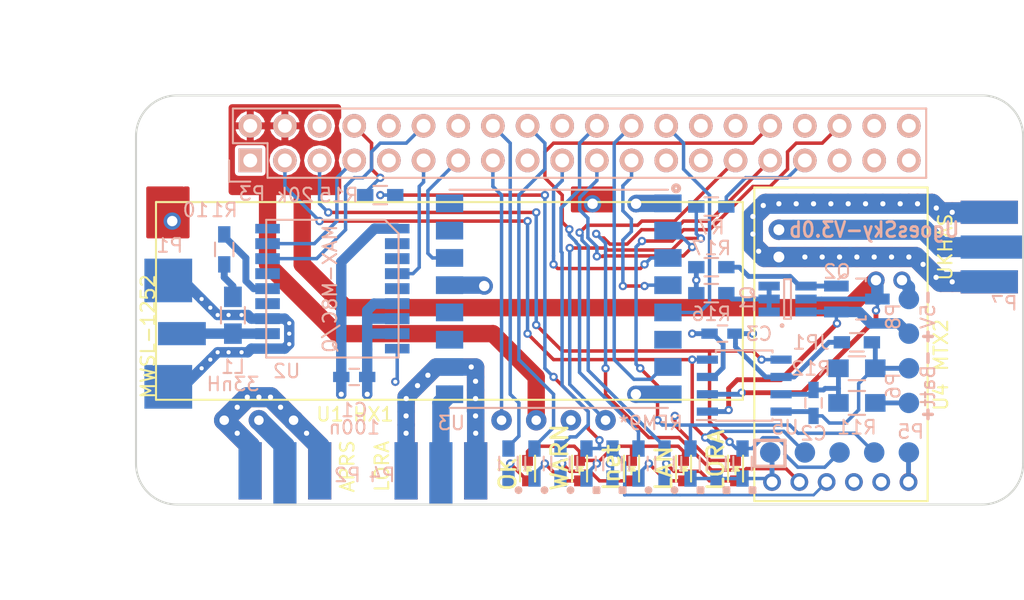
<source format=kicad_pcb>
(kicad_pcb (version 4) (host pcbnew 4.0.5-e0-6337~49~ubuntu16.04.1)
  (title_block (title UgoesSky-V3.0b-PITS) (date 2018-05-09) (rev A) (company "Jonas Gappert"))
  (layers (0 F.Cu jumper) (1 In1.Cu power) (2 In2.Cu power) (31 B.Cu signal) (34 B.Paste user) (35 F.Paste user) (36 B.SilkS user) (37 F.SilkS user) (38 B.Mask user) (39 F.Mask user) (44 Edge.Cuts user))
  (net 0 "")
  (net 1 +3V3)
  (net 2 "/GPIO2(SDA1)")
  (net 3 "/GPIO3(SCL1)")
  (net 4 GND)
  (net 5 /GPIO4)
  (net 6 "/GPIO14(TXD0)")
  (net 7 "/GPIO15(RXD0)")
  (net 8 /GPIO17)
  (net 9 /GPIO18)
  (net 10 /GPIO27)
  (net 11 /GPIO22)
  (net 12 "/GPIO10(MOSI0)")
  (net 13 "/GPIO9(MISO0)")
  (net 14 /GPIO25)
  (net 15 "/GPIO11(SCLK0)")
  (net 16 "/GPIO7(CE1)")
  (net 17 /GPIO5)
  (net 18 /GPIO6)
  (net 19 /GPIO12)
  (net 20 /GPIO13)
  (net 21 "/GPIO19(MISO1)")
  (net 22 "/GPIO16(CE2)")
  (net 23 /GPIO26)
  (net 24 "/GPIO20(MOSI1)")
  (net 25 "/GPIO21(SCLK1)")
  (net 26 "Net-(C2-Pad1)")
  (net 27 "Net-(L1-Pad1)")
  (net 28 "Net-(L1-Pad2)")
  (net 29 "Net-(P4-Pad1)")
  (net 30 "Net-(R1-Pad1)")
  (net 31 /D1)
  (net 32 /D2)
  (net 33 /D3)
  (net 34 /D4)
  (net 35 /D5)
  (net 36 /MTX2-TXD)
  (net 37 /HX1-TXD)
  (net 38 /GPIO23)
  (net 39 /GPIO24)
  (net 40 "/GPIO8(CE0)")
  (net 41 "/GPIO0(ID_SD)")
  (net 42 "/GPIO1(ID_SC)")
  (net 43 "Net-(U2-Pad5)")
  (net 44 "Net-(U2-Pad13)")
  (net 45 "Net-(U2-Pad15)")
  (net 46 "Net-(U2-Pad18)")
  (net 47 "Net-(U3-Pad6)")
  (net 48 "Net-(U4-Pad6)")
  (net 49 "Net-(U2-Pad2)")
  (net 50 "Net-(U2-Pad3)")
  (net 51 "Net-(C2-Pad2)")
  (net 52 I_neg)
  (net 53 I_pos)
  (net 54 "Net-(P6-Pad1)")
  (net 55 "Net-(P2-Pad1)")
  (net 56 "Net-(P7-Pad1)")
  (net 57 "Net-(Q1-Pad1)")
  (net 58 "Net-(Q1-Pad4)")
  (net 59 "Net-(U3-Pad11)")
  (net 60 "Net-(U3-Pad12)")
  (net 61 "Net-(U3-Pad15)")
  (net 62 "Net-(U3-Pad16)")
  (net 63 "Net-(U4-Pad7)")
  (module Resistors_SMD:R_0603_HandSoldering (layer B.Cu) (at 95.628 75.995 90)
    (fp_text reference R10)
    (fp_text value 4k7)
    (pad 1 smd rect (at -1.1 0 90) (size 1.2 0.9) (layers B.Cu B.Paste B.Mask) (net 1 +3V3))
    (pad 2 smd rect (at 1.1 0 90) (size 1.2 0.9) (layers B.Cu B.Paste B.Mask) (net 22 "/GPIO16(CE2)"))
  )
  (module Resistors_SMD:R_0603_HandSoldering (layer B.Cu) (at 97.536 75.995 90)
    (fp_text reference R8)
    (fp_text value 4k7)
    (pad 1 smd rect (at -1.1 0 90) (size 1.2 0.9) (layers B.Cu B.Paste B.Mask) (net 1 +3V3))
    (pad 2 smd rect (at 1.1 0 90) (size 1.2 0.9) (layers B.Cu B.Paste B.Mask) (net 2 "/GPIO2(SDA1)"))
  )
  (module RF_Modules:MTX2 (layer F.Cu) (at 101.605 58.35 270)
    (fp_text reference U4 (at 12.77 -12.3775 270) (layer F.SilkS))
    (fp_text value MTX2 (at 8.96 -12.3775 270) (layer F.SilkS))
    (pad 1 thru_hole circle (at 0.5 -0.5 270) (size 1.5 1.5) (drill 0.8) (layers *.Cu *.Mask) (net 56 "Net-(P7-Pad1)"))
    (pad 2 thru_hole circle (at 2.5 -0.5 270) (size 1.5 1.5) (drill 0.8) (layers *.Cu *.Mask) (net 4 GND))
    (pad 3 thru_hole circle (at 19 0 270) (size 1.3 1.3) (drill 0.8) (layers *.Cu *.Mask) (net 1 +3V3))
    (pad 4 thru_hole circle (at 19 -2 270) (size 1.3 1.3) (drill 0.8) (layers *.Cu *.Mask) (net 18 /GPIO6))
    (pad 5 thru_hole circle (at 19 -4 270) (size 1.3 1.3) (drill 0.8) (layers *.Cu *.Mask) (net 36 /MTX2-TXD))
    (pad 6 thru_hole circle (at 19 -6 270) (size 1.3 1.3) (drill 0.8) (layers *.Cu *.Mask) (net 48 "Net-(U4-Pad6)"))
    (pad 7 thru_hole circle (at 19 -8 270) (size 1.3 1.3) (drill 0.8) (layers *.Cu *.Mask) (net 63 "Net-(U4-Pad7)"))
    (pad 8 thru_hole circle (at 19 -10 270) (size 1.3 1.3) (drill 0.8) (layers *.Cu *.Mask) (net 4 GND))
  )
  (module Resistors_SMD:R_0603_HandSoldering (layer B.Cu) (at 93.723 75.995 270)
    (fp_text reference R6)
    (fp_text value 330)
    (pad 1 smd rect (at -1.1 0 270) (size 1.2 0.9) (layers B.Cu B.Paste B.Mask) (net 17 /GPIO5))
    (pad 2 smd rect (at 1.1 0 270) (size 1.2 0.9) (layers B.Cu B.Paste B.Mask) (net 35 /D5))
  )
  (module Socket_Strips:Socket_Strip_Straight_2x20 (layer B.Cu) (at 87.5 52.5)
    (fp_text reference P3 (at -24 3.6975) (layer B.SilkS) (effects (justify mirror)))
    (fp_text value GPIO)
    (pad 1 thru_hole rect (at -24.13 1.27) (size 1.7272 1.7272) (drill 1.016) (layers *.Cu *.Mask B.SilkS) (net 1 +3V3))
    (pad 2 thru_hole oval (at -24.13 -1.27) (size 1.7272 1.7272) (drill 1.016) (layers *.Cu *.Mask B.SilkS) (net 52 I_neg))
    (pad 3 thru_hole oval (at -21.59 1.27) (size 1.7272 1.7272) (drill 1.016) (layers *.Cu *.Mask B.SilkS) (net 2 "/GPIO2(SDA1)"))
    (pad 4 thru_hole oval (at -21.59 -1.27) (size 1.7272 1.7272) (drill 1.016) (layers *.Cu *.Mask B.SilkS) (net 52 I_neg))
    (pad 5 thru_hole oval (at -19.05 1.27) (size 1.7272 1.7272) (drill 1.016) (layers *.Cu *.Mask B.SilkS) (net 3 "/GPIO3(SCL1)"))
    (pad 6 thru_hole oval (at -19.05 -1.27) (size 1.7272 1.7272) (drill 1.016) (layers *.Cu *.Mask B.SilkS) (net 4 GND))
    (pad 7 thru_hole oval (at -16.51 1.27) (size 1.7272 1.7272) (drill 1.016) (layers *.Cu *.Mask B.SilkS) (net 5 /GPIO4))
    (pad 8 thru_hole oval (at -16.51 -1.27) (size 1.7272 1.7272) (drill 1.016) (layers *.Cu *.Mask B.SilkS) (net 6 "/GPIO14(TXD0)"))
    (pad 9 thru_hole oval (at -13.97 1.27) (size 1.7272 1.7272) (drill 1.016) (layers *.Cu *.Mask B.SilkS) (net 4 GND))
    (pad 10 thru_hole oval (at -13.97 -1.27) (size 1.7272 1.7272) (drill 1.016) (layers *.Cu *.Mask B.SilkS) (net 7 "/GPIO15(RXD0)"))
    (pad 11 thru_hole oval (at -11.43 1.27) (size 1.7272 1.7272) (drill 1.016) (layers *.Cu *.Mask B.SilkS) (net 8 /GPIO17))
    (pad 12 thru_hole oval (at -11.43 -1.27) (size 1.7272 1.7272) (drill 1.016) (layers *.Cu *.Mask B.SilkS) (net 9 /GPIO18))
    (pad 13 thru_hole oval (at -8.89 1.27) (size 1.7272 1.7272) (drill 1.016) (layers *.Cu *.Mask B.SilkS) (net 10 /GPIO27))
    (pad 14 thru_hole oval (at -8.89 -1.27) (size 1.7272 1.7272) (drill 1.016) (layers *.Cu *.Mask B.SilkS) (net 4 GND))
    (pad 15 thru_hole oval (at -6.35 1.27) (size 1.7272 1.7272) (drill 1.016) (layers *.Cu *.Mask B.SilkS) (net 11 /GPIO22))
    (pad 16 thru_hole oval (at -6.35 -1.27) (size 1.7272 1.7272) (drill 1.016) (layers *.Cu *.Mask B.SilkS) (net 38 /GPIO23))
    (pad 17 thru_hole oval (at -3.81 1.27) (size 1.7272 1.7272) (drill 1.016) (layers *.Cu *.Mask B.SilkS) (net 1 +3V3))
    (pad 18 thru_hole oval (at -3.81 -1.27) (size 1.7272 1.7272) (drill 1.016) (layers *.Cu *.Mask B.SilkS) (net 39 /GPIO24))
    (pad 19 thru_hole oval (at -1.27 1.27) (size 1.7272 1.7272) (drill 1.016) (layers *.Cu *.Mask B.SilkS) (net 12 "/GPIO10(MOSI0)"))
    (pad 20 thru_hole oval (at -1.27 -1.27) (size 1.7272 1.7272) (drill 1.016) (layers *.Cu *.Mask B.SilkS) (net 4 GND))
    (pad 21 thru_hole oval (at 1.27 1.27) (size 1.7272 1.7272) (drill 1.016) (layers *.Cu *.Mask B.SilkS) (net 13 "/GPIO9(MISO0)"))
    (pad 22 thru_hole oval (at 1.27 -1.27) (size 1.7272 1.7272) (drill 1.016) (layers *.Cu *.Mask B.SilkS) (net 14 /GPIO25))
    (pad 23 thru_hole oval (at 3.81 1.27) (size 1.7272 1.7272) (drill 1.016) (layers *.Cu *.Mask B.SilkS) (net 15 "/GPIO11(SCLK0)"))
    (pad 24 thru_hole oval (at 3.81 -1.27) (size 1.7272 1.7272) (drill 1.016) (layers *.Cu *.Mask B.SilkS) (net 40 "/GPIO8(CE0)"))
    (pad 25 thru_hole oval (at 6.35 1.27) (size 1.7272 1.7272) (drill 1.016) (layers *.Cu *.Mask B.SilkS) (net 4 GND))
    (pad 26 thru_hole oval (at 6.35 -1.27) (size 1.7272 1.7272) (drill 1.016) (layers *.Cu *.Mask B.SilkS) (net 16 "/GPIO7(CE1)"))
    (pad 27 thru_hole oval (at 8.89 1.27) (size 1.7272 1.7272) (drill 1.016) (layers *.Cu *.Mask B.SilkS) (net 41 "/GPIO0(ID_SD)"))
    (pad 28 thru_hole oval (at 8.89 -1.27) (size 1.7272 1.7272) (drill 1.016) (layers *.Cu *.Mask B.SilkS) (net 42 "/GPIO1(ID_SC)"))
    (pad 29 thru_hole oval (at 11.43 1.27) (size 1.7272 1.7272) (drill 1.016) (layers *.Cu *.Mask B.SilkS) (net 17 /GPIO5))
    (pad 30 thru_hole oval (at 11.43 -1.27) (size 1.7272 1.7272) (drill 1.016) (layers *.Cu *.Mask B.SilkS) (net 4 GND))
    (pad 31 thru_hole oval (at 13.97 1.27) (size 1.7272 1.7272) (drill 1.016) (layers *.Cu *.Mask B.SilkS) (net 18 /GPIO6))
    (pad 32 thru_hole oval (at 13.97 -1.27) (size 1.7272 1.7272) (drill 1.016) (layers *.Cu *.Mask B.SilkS) (net 19 /GPIO12))
    (pad 33 thru_hole oval (at 16.51 1.27) (size 1.7272 1.7272) (drill 1.016) (layers *.Cu *.Mask B.SilkS) (net 20 /GPIO13))
    (pad 34 thru_hole oval (at 16.51 -1.27) (size 1.7272 1.7272) (drill 1.016) (layers *.Cu *.Mask B.SilkS) (net 4 GND))
    (pad 35 thru_hole oval (at 19.05 1.27) (size 1.7272 1.7272) (drill 1.016) (layers *.Cu *.Mask B.SilkS) (net 21 "/GPIO19(MISO1)"))
    (pad 36 thru_hole oval (at 19.05 -1.27) (size 1.7272 1.7272) (drill 1.016) (layers *.Cu *.Mask B.SilkS) (net 22 "/GPIO16(CE2)"))
    (pad 37 thru_hole oval (at 21.59 1.27) (size 1.7272 1.7272) (drill 1.016) (layers *.Cu *.Mask B.SilkS) (net 23 /GPIO26))
    (pad 38 thru_hole oval (at 21.59 -1.27) (size 1.7272 1.7272) (drill 1.016) (layers *.Cu *.Mask B.SilkS) (net 24 "/GPIO20(MOSI1)"))
    (pad 39 thru_hole oval (at 24.13 1.27) (size 1.7272 1.7272) (drill 1.016) (layers *.Cu *.Mask B.SilkS) (net 4 GND))
    (pad 40 thru_hole oval (at 24.13 -1.27) (size 1.7272 1.7272) (drill 1.016) (layers *.Cu *.Mask B.SilkS) (net 25 "/GPIO21(SCLK1)"))
  )
  (module Mounting_Holes:MountingHole_2.75mm (layer F.Cu) (at 58.5 75.5)
    (fp_text reference REF** hide)
    (fp_text value MountingHole_2.75mm hide)
    (pad "" np_thru_hole circle (at 0 0) (size 2.75 2.75) (drill 2.75) (layers *.Cu *.Mask))
  )
  (module Mounting_Holes:MountingHole_2.75mm (layer F.Cu) (at 116.5 75.5)
    (fp_text reference REF** hide)
    (fp_text value MountingHole_2.75mm hide)
    (pad "" np_thru_hole circle (at 0 0) (size 2.75 2.75) (drill 2.75) (layers *.Cu *.Mask))
  )
  (module Mounting_Holes:MountingHole_2.75mm (layer F.Cu) (at 116.5 52.5)
    (fp_text reference REF** hide)
    (fp_text value MountingHole_2.75mm hide)
    (pad "" np_thru_hole circle (at 0 0) (size 2.75 2.75) (drill 2.75) (layers *.Cu *.Mask))
  )
  (module Mounting_Holes:MountingHole_2.75mm (layer F.Cu) (at 58.5 52.5)
    (fp_text reference REF** hide)
    (fp_text value MountingHole_2.75mm hide)
    (pad "" np_thru_hole circle (at 0 0) (size 2.75 2.75) (drill 2.75) (layers *.Cu *.Mask))
  )
  (module Resistors_SMD:R_0805_HandSoldering (layer B.Cu) (at 62.1 65.12 90)
    (fp_text reference L1 (at -3.7775 0.003 180) (layer B.SilkS) (effects (justify mirror)))
    (fp_text value 33nH (at -5.0475 0.003 180) (layer B.SilkS) (effects (justify mirror)))
    (pad 1 smd rect (at -1.35 0 90) (size 1.5 1.3) (layers B.Cu B.Paste B.Mask) (net 27 "Net-(L1-Pad1)"))
    (pad 2 smd rect (at 1.35 0 90) (size 1.5 1.3) (layers B.Cu B.Paste B.Mask) (net 28 "Net-(L1-Pad2)"))
  )
  (module TO_SOT_Packages_SMD:SOT-23_Handsoldering (layer B.Cu) (at 107.82 63.93 90)
    (fp_text reference Q2 (at 2.0175 -1.4575 180) (layer B.SilkS) (effects (justify mirror)))
    (fp_text value DMP1045U)
    (pad 1 smd rect (at -0.95 -1.50114 90) (size 0.8001 1.80086) (layers B.Cu B.Paste B.Mask) (net 53 I_pos))
    (pad 2 smd rect (at 0.95 -1.50114 90) (size 0.8001 1.80086) (layers B.Cu B.Paste B.Mask) (net 58 "Net-(Q1-Pad4)"))
    (pad 3 smd rect (at 0 1.50114 90) (size 0.8001 1.80086) (layers B.Cu B.Paste B.Mask) (net 52 I_neg))
  )
  (module Housings_SOIC:SOIC-8_3.9x4.9mm_Pitch1.27mm (layer B.Cu) (at 99.565 70.28)
    (fp_text reference U5 (at 2.9875 3.0625) (layer B.SilkS) (effects (justify mirror)))
    (fp_text value MCP3426)
    (pad 1 smd rect (at -2.7 1.905) (size 1.55 0.6) (layers B.Cu B.Paste B.Mask) (net 53 I_pos))
    (pad 2 smd rect (at -2.7 0.635) (size 1.55 0.6) (layers B.Cu B.Paste B.Mask) (net 52 I_neg))
    (pad 3 smd rect (at -2.7 -0.635) (size 1.55 0.6) (layers B.Cu B.Paste B.Mask) (net 1 +3V3))
    (pad 4 smd rect (at -2.7 -1.905) (size 1.55 0.6) (layers B.Cu B.Paste B.Mask) (net 2 "/GPIO2(SDA1)"))
    (pad 5 smd rect (at 2.7 -1.905) (size 1.55 0.6) (layers B.Cu B.Paste B.Mask) (net 3 "/GPIO3(SCL1)"))
    (pad 6 smd rect (at 2.7 -0.635) (size 1.55 0.6) (layers B.Cu B.Paste B.Mask) (net 4 GND))
    (pad 7 smd rect (at 2.7 0.635) (size 1.55 0.6) (layers B.Cu B.Paste B.Mask) (net 26 "Net-(C2-Pad1)"))
    (pad 8 smd rect (at 2.7 1.905) (size 1.55 0.6) (layers B.Cu B.Paste B.Mask) (net 51 "Net-(C2-Pad2)"))
  )
  (module RF_Modules:MAX-M8 (layer B.Cu) (at 74.14 58.77)
    (fp_text reference U2 (at -8.1 10.445) (layer B.SilkS) (effects (justify mirror)))
    (fp_text value MAX-M8C/Q (at -4.925 4.4125 90) (layer B.SilkS) (effects (justify mirror)))
    (pad 1 smd rect (at 0 0) (size 1.8 0.7) (layers B.Cu B.Paste B.Mask) (net 4 GND))
    (pad 2 smd rect (at 0 1.1) (size 1.8 0.8) (layers B.Cu B.Paste B.Mask) (net 49 "Net-(U2-Pad2)"))
    (pad 3 smd rect (at 0 2.2) (size 1.8 0.8) (layers B.Cu B.Paste B.Mask) (net 50 "Net-(U2-Pad3)"))
    (pad 4 smd rect (at 0 3.3) (size 1.8 0.8) (layers B.Cu B.Paste B.Mask) (net 8 /GPIO17))
    (pad 5 smd rect (at 0 4.4) (size 1.8 0.8) (layers B.Cu B.Paste B.Mask) (net 43 "Net-(U2-Pad5)"))
    (pad 6 smd rect (at 0 5.5) (size 1.8 0.8) (layers B.Cu B.Paste B.Mask) (net 1 +3V3))
    (pad 7 smd rect (at 0 6.6) (size 1.8 0.8) (layers B.Cu B.Paste B.Mask) (net 1 +3V3))
    (pad 8 smd rect (at 0 7.7) (size 1.8 0.8) (layers B.Cu B.Paste B.Mask) (net 1 +3V3))
    (pad 9 smd rect (at 0 8.8) (size 1.8 0.7) (layers B.Cu B.Paste B.Mask) (net 1 +3V3))
    (pad 10 smd rect (at -9.5 8.8) (size 1.8 0.7) (layers B.Cu B.Paste B.Mask) (net 4 GND))
    (pad 11 smd rect (at -9.5 7.7) (size 1.8 0.8) (layers B.Cu B.Paste B.Mask) (net 27 "Net-(L1-Pad1)"))
    (pad 12 smd rect (at -9.5 6.6) (size 1.8 0.8) (layers B.Cu B.Paste B.Mask) (net 4 GND))
    (pad 13 smd rect (at -9.5 5.5) (size 1.8 0.8) (layers B.Cu B.Paste B.Mask) (net 44 "Net-(U2-Pad13)"))
    (pad 14 smd rect (at -9.5 4.4) (size 1.8 0.8) (layers B.Cu B.Paste B.Mask) (net 30 "Net-(R1-Pad1)"))
    (pad 15 smd rect (at -9.5 3.3) (size 1.8 0.8) (layers B.Cu B.Paste B.Mask) (net 45 "Net-(U2-Pad15)"))
    (pad 16 smd rect (at -9.5 2.2) (size 1.8 0.8) (layers B.Cu B.Paste B.Mask) (net 9 /GPIO18))
    (pad 17 smd rect (at -9.5 1.1) (size 1.8 0.8) (layers B.Cu B.Paste B.Mask) (net 5 /GPIO4))
    (pad 18 smd rect (at -9.5 0) (size 1.8 0.7) (layers B.Cu B.Paste B.Mask) (net 46 "Net-(U2-Pad18)"))
  )
  (module RF_Modules:RFM9xW (layer B.Cu) (at 85.975 63.915 180)
    (fp_text reference U3 (at 7.87 -9.11 180) (layer B.SilkS) (effects (justify mirror)))
    (fp_text value RFM9* (at -6.735 -9.11 180) (layer B.SilkS) (effects (justify mirror)))
    (pad 1 smd rect (at -8 7 180) (size 2 1.3) (layers B.Cu B.Paste B.Mask) (net 4 GND))
    (pad 2 smd rect (at -8 5 180) (size 2 1.3) (layers B.Cu B.Paste B.Mask) (net 13 "/GPIO9(MISO0)"))
    (pad 3 smd rect (at -8 3 180) (size 2 1.3) (layers B.Cu B.Paste B.Mask) (net 12 "/GPIO10(MOSI0)"))
    (pad 4 smd rect (at -8 1 180) (size 2 1.3) (layers B.Cu B.Paste B.Mask) (net 15 "/GPIO11(SCLK0)"))
    (pad 5 smd rect (at -8 -1 180) (size 2 1.3) (layers B.Cu B.Paste B.Mask) (net 16 "/GPIO7(CE1)"))
    (pad 6 smd rect (at -8 -3 180) (size 2 1.3) (layers B.Cu B.Paste B.Mask) (net 47 "Net-(U3-Pad6)"))
    (pad 7 smd rect (at -8 -5 180) (size 2 1.3) (layers B.Cu B.Paste B.Mask) (net 40 "/GPIO8(CE0)"))
    (pad 8 smd rect (at -8 -7 180) (size 2 1.3) (layers B.Cu B.Paste B.Mask) (net 4 GND))
    (pad 9 smd rect (at 8 -7 180) (size 2 1.3) (layers B.Cu B.Paste B.Mask) (net 29 "Net-(P4-Pad1)"))
    (pad 10 smd rect (at 8 -5 180) (size 2 1.3) (layers B.Cu B.Paste B.Mask) (net 4 GND))
    (pad 11 smd rect (at 8 -3 180) (size 2 1.3) (layers B.Cu B.Paste B.Mask) (net 59 "Net-(U3-Pad11)"))
    (pad 12 smd rect (at 8 -1 180) (size 2 1.3) (layers B.Cu B.Paste B.Mask) (net 60 "Net-(U3-Pad12)"))
    (pad 13 smd rect (at 8 1 180) (size 2 1.3) (layers B.Cu B.Paste B.Mask) (net 1 +3V3))
    (pad 14 smd rect (at 8 3 180) (size 2 1.3) (layers B.Cu B.Paste B.Mask) (net 10 /GPIO27))
    (pad 15 smd rect (at 8 5 180) (size 2 1.3) (layers B.Cu B.Paste B.Mask) (net 61 "Net-(U3-Pad15)"))
    (pad 16 smd rect (at 8 7 180) (size 2 1.3) (layers B.Cu B.Paste B.Mask) (net 62 "Net-(U3-Pad16)"))
  )
  (module Capacitors_SMD:C_0603_HandSoldering (layer B.Cu) (at 97.975 66.47)
    (fp_text reference C3 (at 2.6725 0.0145) (layer B.SilkS) (effects (justify mirror)))
    (fp_text value 100n)
    (pad 1 smd rect (at -0.95 0) (size 1.2 0.75) (layers B.Cu B.Paste B.Mask) (net 1 +3V3))
    (pad 2 smd rect (at 0.95 0) (size 1.2 0.75) (layers B.Cu B.Paste B.Mask) (net 4 GND))
  )
  (module LEDs:LED_0603 (layer F.Cu) (at 83.69 76.5157 270)
    (fp_text reference D1)
    (fp_text value OK_Green)
    (pad 2 smd rect (at 0.7493 0 90) (size 0.79756 0.79756) (layers F.Cu F.Paste F.Mask) (net 31 /D1))
    (pad 1 smd rect (at -0.7493 0 90) (size 0.79756 0.79756) (layers F.Cu F.Paste F.Mask) (net 4 GND))
  )
  (module LEDs:LED_0603 (layer F.Cu) (at 87.5 76.5157 270)
    (fp_text reference D2)
    (fp_text value WARN_Red)
    (pad 2 smd rect (at 0.7493 0 90) (size 0.79756 0.79756) (layers F.Cu F.Paste F.Mask) (net 32 /D2))
    (pad 1 smd rect (at -0.7493 0 90) (size 0.79756 0.79756) (layers F.Cu F.Paste F.Mask) (net 4 GND))
  )
  (module LEDs:LED_0603 (layer F.Cu) (at 91.31 76.5157 270)
    (fp_text reference D3)
    (fp_text value Inet_Green)
    (pad 2 smd rect (at 0.7493 0 90) (size 0.79756 0.79756) (layers F.Cu F.Paste F.Mask) (net 33 /D3))
    (pad 1 smd rect (at -0.7493 0 90) (size 0.79756 0.79756) (layers F.Cu F.Paste F.Mask) (net 4 GND))
  )
  (module LEDs:LED_0603 (layer F.Cu) (at 95.12 76.5157 270)
    (fp_text reference D4)
    (fp_text value LAN_Yellow)
    (pad 2 smd rect (at 0.7493 0 90) (size 0.79756 0.79756) (layers F.Cu F.Paste F.Mask) (net 34 /D4))
    (pad 1 smd rect (at -0.7493 0 90) (size 0.79756 0.79756) (layers F.Cu F.Paste F.Mask) (net 4 GND))
  )
  (module LEDs:LED_0603 (layer F.Cu) (at 98.93 76.5157 270)
    (fp_text reference D5)
    (fp_text value LORA_Red)
    (pad 2 smd rect (at 0.7493 0 90) (size 0.79756 0.79756) (layers F.Cu F.Paste F.Mask) (net 35 /D5))
    (pad 1 smd rect (at -0.7493 0 90) (size 0.79756 0.79756) (layers F.Cu F.Paste F.Mask) (net 4 GND))
  )
  (module Resistors_SMD:R_0603_HandSoldering (layer B.Cu) (at 61.465 60.29 270)
    (fp_text reference R1 (at -2.886 -0.003 360) (layer B.SilkS) (effects (justify mirror)))
    (fp_text value 10 (at -2.886 2.0925 360) (layer B.SilkS) (effects (justify mirror)))
    (pad 1 smd rect (at -1.1 0 270) (size 1.2 0.9) (layers B.Cu B.Paste B.Mask) (net 30 "Net-(R1-Pad1)"))
    (pad 2 smd rect (at 1.1 0 270) (size 1.2 0.9) (layers B.Cu B.Paste B.Mask) (net 28 "Net-(L1-Pad2)"))
  )
  (module Resistors_SMD:R_0603_HandSoldering (layer B.Cu) (at 72.895 56.31)
    (fp_text reference R15 (at -3.045 0.0018) (layer B.SilkS) (effects (justify mirror)))
    (fp_text value 20k (at -6.22 0.0018) (layer B.SilkS) (effects (justify mirror)))
    (pad 1 smd rect (at -1.1 0) (size 1.2 0.9) (layers B.Cu B.Paste B.Mask) (net 6 "/GPIO14(TXD0)"))
    (pad 2 smd rect (at 1.1 0) (size 1.2 0.9) (layers B.Cu B.Paste B.Mask) (net 36 /MTX2-TXD))
  )
  (module Resistors_SMD:R_0603_HandSoldering (layer B.Cu) (at 97.155 63.5 180)
    (fp_text reference R16 (at 0 -1.524 180) (layer B.SilkS) (effects (justify mirror)))
    (fp_text value 10k)
    (pad 1 smd rect (at -1.1 0 180) (size 1.2 0.9) (layers B.Cu B.Paste B.Mask) (net 57 "Net-(Q1-Pad1)"))
    (pad 2 smd rect (at 1.1 0 180) (size 1.2 0.9) (layers B.Cu B.Paste B.Mask) (net 4 GND))
  )
  (module Resistors_SMD:R_0603_HandSoldering (layer B.Cu) (at 82.293 75.995 270)
    (fp_text reference R2)
    (fp_text value 330)
    (pad 1 smd rect (at -1.1 0 270) (size 1.2 0.9) (layers B.Cu B.Paste B.Mask) (net 38 /GPIO23))
    (pad 2 smd rect (at 1.1 0 270) (size 1.2 0.9) (layers B.Cu B.Paste B.Mask) (net 31 /D1))
  )
  (module Resistors_SMD:R_0603_HandSoldering (layer B.Cu) (at 84.198 75.995 270)
    (fp_text reference R3)
    (fp_text value 330)
    (pad 1 smd rect (at -1.1 0 270) (size 1.2 0.9) (layers B.Cu B.Paste B.Mask) (net 39 /GPIO24))
    (pad 2 smd rect (at 1.1 0 270) (size 1.2 0.9) (layers B.Cu B.Paste B.Mask) (net 32 /D2))
  )
  (module Resistors_SMD:R_0603_HandSoldering (layer B.Cu) (at 97.155 61.595 180)
    (fp_text reference R17 (at 0 1.397 180) (layer B.SilkS) (effects (justify mirror)))
    (fp_text value 47k)
    (pad 1 smd rect (at -1.1 0 180) (size 1.2 0.9) (layers B.Cu B.Paste B.Mask) (net 58 "Net-(Q1-Pad4)"))
    (pad 2 smd rect (at 1.1 0 180) (size 1.2 0.9) (layers B.Cu B.Paste B.Mask) (net 4 GND))
  )
  (module Resistors_SMD:R_0603_HandSoldering (layer B.Cu) (at 86.103 75.995 270)
    (fp_text reference R4)
    (fp_text value 330)
    (pad 1 smd rect (at -1.1 0 270) (size 1.2 0.9) (layers B.Cu B.Paste B.Mask) (net 14 /GPIO25))
    (pad 2 smd rect (at 1.1 0 270) (size 1.2 0.9) (layers B.Cu B.Paste B.Mask) (net 33 /D3))
  )
  (module Resistors_SMD:R_0603_HandSoldering (layer B.Cu) (at 91.818 75.995 270)
    (fp_text reference R5)
    (fp_text value 330)
    (pad 1 smd rect (at -1.1 0 270) (size 1.2 0.9) (layers B.Cu B.Paste B.Mask) (net 19 /GPIO12))
    (pad 2 smd rect (at 1.1 0 270) (size 1.2 0.9) (layers B.Cu B.Paste B.Mask) (net 34 /D4))
  )
  (module Resistors_SMD:R_0603_HandSoldering (layer B.Cu) (at 97.155 57.15 180)
    (fp_text reference R7 (at 0 -1.524 180) (layer B.SilkS) (effects (justify mirror)))
    (fp_text value 20k)
    (pad 1 smd rect (at -1.1 0 180) (size 1.2 0.9) (layers B.Cu B.Paste B.Mask) (net 20 /GPIO13))
    (pad 2 smd rect (at 1.1 0 180) (size 1.2 0.9) (layers B.Cu B.Paste B.Mask) (net 37 /HX1-TXD))
  )
  (module TO_SOT_Packages_SMD:SOT-23-6_Handsoldering (layer B.Cu) (at 102.74 63.93)
    (fp_text reference Q1 (at -2.918 0.0145 270) (layer B.SilkS) (effects (justify mirror)))
    (fp_text value DMMT5401)
    (pad 1 smd rect (at -1.35 0.95) (size 1.56 0.65) (layers B.Cu B.Paste B.Mask) (net 57 "Net-(Q1-Pad1)"))
    (pad 2 smd rect (at -1.35 0) (size 1.56 0.65) (layers B.Cu B.Paste B.Mask) (net 57 "Net-(Q1-Pad1)"))
    (pad 3 smd rect (at -1.35 -0.95) (size 1.56 0.65) (layers B.Cu B.Paste B.Mask) (net 57 "Net-(Q1-Pad1)"))
    (pad 4 smd rect (at 1.35 -0.95) (size 1.56 0.65) (layers B.Cu B.Paste B.Mask) (net 58 "Net-(Q1-Pad4)"))
    (pad 6 smd rect (at 1.35 0.95) (size 1.56 0.65) (layers B.Cu B.Paste B.Mask) (net 53 I_pos))
    (pad 5 smd rect (at 1.35 0) (size 1.56 0.65) (layers B.Cu B.Paste B.Mask) (net 52 I_neg))
  )
  (module Capacitors_SMD:C_0603_HandSoldering (layer B.Cu) (at 70.99 69.645 180)
    (fp_text reference C1 (at -0.003 -2.4275 180) (layer B.SilkS) (effects (justify mirror)))
    (fp_text value 100n (at -0.003 -3.6975 360) (layer B.SilkS) (effects (justify mirror)))
    (pad 1 smd rect (at -0.95 0 180) (size 1.2 0.75) (layers B.Cu B.Paste B.Mask) (net 1 +3V3))
    (pad 2 smd rect (at 0.95 0 180) (size 1.2 0.75) (layers B.Cu B.Paste B.Mask) (net 4 GND))
  )
  (module Resistors_SMD:R_0603_HandSoldering (layer B.Cu) (at 88.008 75.995 270)
    (fp_text reference R14)
    (fp_text value 4k7)
    (pad 1 smd rect (at -1.1 0 270) (size 1.2 0.9) (layers B.Cu B.Paste B.Mask) (net 36 /MTX2-TXD))
    (pad 2 smd rect (at 1.1 0 270) (size 1.2 0.9) (layers B.Cu B.Paste B.Mask) (net 4 GND))
  )
  (module Resistors_SMD:R_0603_HandSoldering (layer B.Cu) (at 89.913 75.995 90)
    (fp_text reference R13)
    (fp_text value 4k7)
    (pad 1 smd rect (at -1.1 0 90) (size 1.2 0.9) (layers B.Cu B.Paste B.Mask) (net 1 +3V3))
    (pad 2 smd rect (at 1.1 0 90) (size 1.2 0.9) (layers B.Cu B.Paste B.Mask) (net 36 /MTX2-TXD))
  )
  (module Resistors_SMD:R_0603_HandSoldering (layer B.Cu) (at 99.441 75.995 90)
    (fp_text reference R9)
    (fp_text value 4k7)
    (pad 1 smd rect (at -1.1 0 90) (size 1.2 0.9) (layers B.Cu B.Paste B.Mask) (net 1 +3V3))
    (pad 2 smd rect (at 1.1 0 90) (size 1.2 0.9) (layers B.Cu B.Paste B.Mask) (net 3 "/GPIO3(SCL1)"))
  )
  (module Connectors:SMA_Edge_small (layer B.Cu) (at 65.91 76.63 90)
    (fp_text reference P2 (at -0.205 4.575 360) (layer B.SilkS) (effects (justify mirror)))
    (fp_text value APRS (at 0.43 4.575 270) (layer F.SilkS))
    (pad 2 smd rect (at 0.1 -2.55 90) (size 4.2 1.7) (layers B.Cu B.Paste B.Mask) (net 4 GND))
    (pad 2 smd rect (at 0.1 2.55 90) (size 4.2 1.7) (layers F.Cu F.Paste F.Mask) (net 4 GND))
    (pad 2 smd rect (at 0.1 2.55 90) (size 4.2 1.7) (layers B.Cu B.Paste B.Mask) (net 4 GND))
    (pad 2 smd rect (at 0.1 -2.55 90) (size 4.2 1.7) (layers F.Cu F.Paste F.Mask) (net 4 GND))
    (pad 1 smd rect (at -0.05 0 90) (size 4.5 1.7) (layers B.Cu B.Paste B.Mask) (net 55 "Net-(P2-Pad1)"))
  )
  (module Connectors:SMA_Edge_small (layer B.Cu) (at 117.6244 60.12 180)
    (fp_text reference P7 (at -0.9906 -4.1275 180) (layer B.SilkS) (effects (justify mirror)))
    (fp_text value UKHAS (at 3.3244 0 270) (layer F.SilkS))
    (pad 2 smd rect (at 0.1 -2.55 180) (size 4.2 1.7) (layers B.Cu B.Paste B.Mask) (net 4 GND))
    (pad 2 smd rect (at 0.1 2.55 180) (size 4.2 1.7) (layers F.Cu F.Paste F.Mask) (net 4 GND))
    (pad 2 smd rect (at 0.1 2.55 180) (size 4.2 1.7) (layers B.Cu B.Paste B.Mask) (net 4 GND))
    (pad 2 smd rect (at 0.1 -2.55 180) (size 4.2 1.7) (layers F.Cu F.Paste F.Mask) (net 4 GND))
    (pad 1 smd rect (at -0.05 0 180) (size 4.5 1.7) (layers B.Cu B.Paste B.Mask) (net 56 "Net-(P7-Pad1)"))
  )
  (module Connectors:SMA_Edge_small (layer B.Cu) (at 77.34 76.63 90)
    (fp_text reference P4 (at -0.205 -4.315 360) (layer B.SilkS) (effects (justify mirror)))
    (fp_text value LORA (at 0.43 -4.315 270) (layer F.SilkS))
    (pad 2 smd rect (at 0.1 -2.55 90) (size 4.2 1.7) (layers B.Cu B.Paste B.Mask) (net 4 GND))
    (pad 2 smd rect (at 0.1 2.55 90) (size 4.2 1.7) (layers F.Cu F.Paste F.Mask) (net 4 GND))
    (pad 2 smd rect (at 0.1 2.55 90) (size 4.2 1.7) (layers B.Cu B.Paste B.Mask) (net 4 GND))
    (pad 2 smd rect (at 0.1 -2.55 90) (size 4.2 1.7) (layers F.Cu F.Paste F.Mask) (net 4 GND))
    (pad 1 smd rect (at -0.05 0 90) (size 4.5 1.7) (layers B.Cu B.Paste B.Mask) (net 29 "Net-(P4-Pad1)"))
  )
  (module RF_Modules:HX1_Horizontal (layer F.Cu) (at 61.465 72.82)
    (fp_text reference U1 (at 7.75 -0.43) (layer F.SilkS))
    (fp_text value HX1 (at 10.925 -0.43) (layer F.SilkS))
    (pad 1 thru_hole circle (at 0 0) (size 1.5 1.5) (drill 0.7) (layers *.Cu *.Mask) (net 4 GND))
    (pad 2 thru_hole circle (at 2.54 0) (size 1.5 1.5) (drill 0.7) (layers *.Cu *.Mask) (net 55 "Net-(P2-Pad1)"))
    (pad 3 thru_hole circle (at 5.08 0) (size 1.5 1.5) (drill 0.7) (layers *.Cu *.Mask) (net 4 GND))
    (pad 4 thru_hole circle (at 20.32 0) (size 1.5 1.5) (drill 0.7) (layers *.Cu *.Mask) (net 11 /GPIO22))
    (pad 5 thru_hole circle (at 22.86 0) (size 1.5 1.5) (drill 0.7) (layers *.Cu *.Mask) (net 52 I_neg))
    (pad 6 thru_hole circle (at 25.4 0) (size 1.5 1.5) (drill 0.7) (layers *.Cu *.Mask) (net 4 GND))
    (pad 7 thru_hole circle (at 27.94 0) (size 1.5 1.5) (drill 0.7) (layers *.Cu *.Mask) (net 37 /HX1-TXD))
  )
  (module RF_Modules:MWSL1252 (layer B.Cu) (at 55.115 66.47 270)
    (fp_text reference P1 (at -6.4625 -2.3525 360) (layer B.SilkS) (effects (justify mirror)))
    (fp_text value MWSL-1252 (at 0.205 -0.765 270) (layer F.SilkS))
    (pad 1 smd rect (at 0 -3.25 270) (size 1.7 3.5) (layers B.Cu B.Paste B.Mask) (net 27 "Net-(L1-Pad1)"))
    (pad 2 smd rect (at 3.9 -2.25 270) (size 3.2 3.5) (layers B.Cu B.Paste B.Mask) (net 4 GND))
    (pad 2 smd rect (at -3.9 -2.25 270) (size 3.2 3.5) (layers B.Cu B.Paste B.Mask) (net 4 GND))
  )
  (module Capacitors_SMD:C_0603_HandSoldering (layer B.Cu) (at 104.645 71.55 270)
    (fp_text reference C2 (at 2.237 -0.003 360) (layer B.SilkS) (effects (justify mirror)))
    (fp_text value 100n)
    (pad 1 smd rect (at -0.95 0 270) (size 1.2 0.75) (layers B.Cu B.Paste B.Mask) (net 26 "Net-(C2-Pad1)"))
    (pad 2 smd rect (at 0.95 0 270) (size 1.2 0.75) (layers B.Cu B.Paste B.Mask) (net 51 "Net-(C2-Pad2)"))
  )
  (module Resistors_SMD:R_0603_HandSoldering (layer B.Cu) (at 107.82 67.105 180)
    (fp_text reference JP1 (at 3.3625 -0.0145 180) (layer B.SilkS) (effects (justify mirror)))
    (fp_text value "CH2- to GND")
    (pad 1 smd rect (at -1.1 0 180) (size 1.2 0.9) (layers B.Cu B.Paste B.Mask) (net 51 "Net-(C2-Pad2)"))
    (pad 2 smd rect (at 1.1 0 180) (size 1.2 0.9) (layers B.Cu B.Paste B.Mask) (net 4 GND))
  )
  (module Resistors_SMD:R_0805_HandSoldering (layer B.Cu) (at 107.82 71.55 180)
    (fp_text reference R11 (at 0 -1.7925 180) (layer B.SilkS) (effects (justify mirror)))
    (fp_text value 15k)
    (pad 1 smd rect (at -1.35 0 180) (size 1.5 1.3) (layers B.Cu B.Paste B.Mask) (net 54 "Net-(P6-Pad1)"))
    (pad 2 smd rect (at 1.35 0 180) (size 1.5 1.3) (layers B.Cu B.Paste B.Mask) (net 26 "Net-(C2-Pad1)"))
  )
  (module Resistors_SMD:R_0805_HandSoldering (layer B.Cu) (at 107.82 69.01)
    (fp_text reference R12 (at -3.3625 0.0145) (layer B.SilkS) (effects (justify mirror)))
    (fp_text value 10k)
    (pad 1 smd rect (at -1.35 0) (size 1.5 1.3) (layers B.Cu B.Paste B.Mask) (net 26 "Net-(C2-Pad1)"))
    (pad 2 smd rect (at 1.35 0) (size 1.5 1.3) (layers B.Cu B.Paste B.Mask) (net 51 "Net-(C2-Pad2)"))
  )
  (module Connectors:SMD_2_xsmall (layer B.Cu) (at 111.63 71.55 90)
    (fp_text reference P6 (at 1.2555 -1.14 90) (layer B.SilkS) (effects (justify mirror)))
    (fp_text value Batt (at 1.2555 1.4 90) (layer B.SilkS) (effects (justify mirror)))
    (pad 1 smd circle (at 0 0 90) (size 1.5 1.5) (layers B.Cu B.Paste B.Mask) (net 54 "Net-(P6-Pad1)"))
    (pad 2 smd circle (at 2.54 0 90) (size 1.5 1.5) (layers B.Cu B.Paste B.Mask) (net 51 "Net-(C2-Pad2)"))
  )
  (module Connectors:SMD_5_xsmall (layer B.Cu) (at 101.47 75.184)
    (fp_text reference P5 (at 10.29 -1.524) (layer B.SilkS) (effects (justify mirror)))
    (fp_text value SENSOR)
    (pad 1 smd circle (at 0 0) (size 1.5 1.5) (layers B.Cu B.Paste B.Mask) (net 1 +3V3))
    (pad 2 smd circle (at 2.54 0) (size 1.5 1.5) (layers B.Cu B.Paste B.Mask) (net 2 "/GPIO2(SDA1)"))
    (pad 3 smd circle (at 5.08 0) (size 1.5 1.5) (layers B.Cu B.Paste B.Mask) (net 3 "/GPIO3(SCL1)"))
    (pad 4 smd circle (at 7.62 0) (size 1.5 1.5) (layers B.Cu B.Paste B.Mask) (net 22 "/GPIO16(CE2)"))
    (pad 5 smd circle (at 10.16 0) (size 1.5 1.5) (layers B.Cu B.Paste B.Mask) (net 4 GND))
  )
  (module Connectors:SMD_2_xsmall (layer B.Cu) (at 111.63 66.47 90)
    (fp_text reference P8 (at 1.2555 -1.14 90) (layer B.SilkS) (effects (justify mirror)))
    (fp_text value 5V (at 1.2555 1.4 90) (layer B.SilkS) (effects (justify mirror)))
    (pad 1 smd circle (at 0 0 90) (size 1.5 1.5) (layers B.Cu B.Paste B.Mask) (net 53 I_pos))
    (pad 2 smd circle (at 2.54 0 90) (size 1.5 1.5) (layers B.Cu B.Paste B.Mask) (net 4 GND))
  )
  (module Mounting_Holes:Bohrung_3mm (layer F.Cu) (at 116.71 70.28)
    (fp_text reference REF** hide)
    (fp_text value Bohrung_3mm hide)
    (pad "" np_thru_hole circle (at 0 0) (size 3 3) (drill 3) (layers F.Cu))
  )
  (module Mounting_Holes:Bohrung_2mm (layer F.Cu) (at 116.075 67.105)
    (fp_text reference REF** hide)
    (fp_text value Bohrung_2mm hide)
    (pad "" np_thru_hole circle (at 0 0) (size 2 2) (drill 2) (layers F.Cu))
  )
  (module Mounting_Holes:Bohrung_2mm (layer F.Cu) (at 117.98 65.2)
    (fp_text reference REF** hide)
    (fp_text value Bohrung_2mm hide)
    (pad "" np_thru_hole circle (at 0 0) (size 2 2) (drill 2) (layers F.Cu))
  )
  (gr_text UgoesSky-V3.0b (at 109.09 58.85) (layer B.SilkS) (effects (font (size 1.1 1) (thickness 0.2)) (justify mirror)))
  (gr_line (start 113.03 68.58) (end 113.03 67.945) (layer B.SilkS) (width 0.25))
  (gr_line (start 113.03 72.0725) (end 113.03 72.7075) (layer B.SilkS) (width 0.25))
  (gr_line (start 112.7125 72.39) (end 113.3475 72.39) (layer B.SilkS) (width 0.25))
  (gr_line (start 113.03 66.3575) (end 113.03 66.9925) (layer B.SilkS) (width 0.25))
  (gr_line (start 112.7125 66.675) (end 113.3475 66.675) (layer B.SilkS) (width 0.25))
  (gr_line (start 113.03 64.135) (end 113.03 63.5) (layer B.SilkS) (width 0.25))
  (gr_line (start 102.5525 76.2) (end 102.5525 74.295) (layer B.SilkS) (width 0.25))
  (gr_line (start 100.33 76.2) (end 102.5525 76.2) (layer B.SilkS) (width 0.25))
  (gr_line (start 100.33 74.295) (end 100.33 76.2) (layer B.SilkS) (width 0.25))
  (gr_line (start 100.6475 74.295) (end 100.33 74.295) (layer B.SilkS) (width 0.25))
  (gr_line (start 102.5525 74.295) (end 100.6475 74.295) (layer B.SilkS) (width 0.25))
  (gr_circle (center 94.45625 77.94625) (end 94.2975 77.94625) (layer B.SilkS) (width 0.25))
  (gr_circle (center 92.55125 77.94625) (end 92.3925 77.94625) (layer B.SilkS) (width 0.25))
  (gr_circle (center 86.83625 77.94625) (end 86.6775 77.94625) (layer B.SilkS) (width 0.25))
  (gr_circle (center 84.93125 77.94625) (end 84.7725 77.94625) (layer B.SilkS) (width 0.25))
  (gr_line (start 94.45625 77.7875) (end 94.45625 78.105) (layer B.SilkS) (width 0.25))
  (gr_line (start 92.55125 77.7875) (end 92.55125 78.105) (layer B.SilkS) (width 0.25))
  (gr_line (start 86.83625 77.7875) (end 86.83625 78.105) (layer B.SilkS) (width 0.25))
  (gr_line (start 84.93125 77.7875) (end 84.93125 78.105) (layer B.SilkS) (width 0.25))
  (gr_line (start 100.0125 77.7875) (end 100.33 77.7875) (layer B.SilkS) (width 0.25))
  (gr_line (start 98.1075 77.7875) (end 98.425 77.7875) (layer B.SilkS) (width 0.25))
  (gr_line (start 96.2025 77.7875) (end 96.52 77.7875) (layer B.SilkS) (width 0.25))
  (gr_line (start 90.4875 77.7875) (end 90.805 77.7875) (layer B.SilkS) (width 0.25))
  (gr_line (start 100.0125 77.7875) (end 100.33 78.105) (layer B.SilkS) (width 0.25))
  (gr_line (start 98.1075 77.7875) (end 98.425 78.105) (layer B.SilkS) (width 0.25))
  (gr_line (start 96.2025 77.7875) (end 96.52 78.105) (layer B.SilkS) (width 0.25))
  (gr_line (start 90.4875 77.7875) (end 90.805 78.105) (layer B.SilkS) (width 0.25))
  (gr_line (start 100.33 77.7875) (end 100.33 78.105) (layer B.SilkS) (width 0.25))
  (gr_line (start 98.425 77.7875) (end 98.425 78.105) (layer B.SilkS) (width 0.25))
  (gr_line (start 96.52 77.7875) (end 96.52 78.105) (layer B.SilkS) (width 0.25))
  (gr_line (start 90.805 77.7875) (end 90.805 78.105) (layer B.SilkS) (width 0.25))
  (gr_line (start 100.33 78.105) (end 100.0125 78.105) (layer B.SilkS) (width 0.25))
  (gr_line (start 98.425 78.105) (end 98.1075 78.105) (layer B.SilkS) (width 0.25))
  (gr_line (start 96.52 78.105) (end 96.2025 78.105) (layer B.SilkS) (width 0.25))
  (gr_line (start 90.805 78.105) (end 90.4875 78.105) (layer B.SilkS) (width 0.25))
  (gr_line (start 100.0125 78.105) (end 100.0125 77.7875) (layer B.SilkS) (width 0.25))
  (gr_line (start 98.1075 78.105) (end 98.1075 77.7875) (layer B.SilkS) (width 0.25))
  (gr_line (start 96.2025 78.105) (end 96.2025 77.7875) (layer B.SilkS) (width 0.25))
  (gr_line (start 90.4875 78.105) (end 90.4875 77.7875) (layer B.SilkS) (width 0.25))
  (gr_line (start 83.02625 77.7875) (end 83.02625 78.105) (layer B.SilkS) (width 0.25))
  (gr_circle (center 83.02625 77.94625) (end 82.8675 77.94625) (layer B.SilkS) (width 0.25))
  (gr_line (start 88.5825 77.7875) (end 88.9 78.105) (layer B.SilkS) (width 0.25))
  (gr_line (start 88.5825 78.105) (end 88.5825 77.7875) (layer B.SilkS) (width 0.25))
  (gr_line (start 88.9 78.105) (end 88.5825 78.105) (layer B.SilkS) (width 0.25))
  (gr_line (start 88.9 77.7875) (end 88.9 78.105) (layer B.SilkS) (width 0.25))
  (gr_line (start 88.5825 77.7875) (end 88.9 77.7875) (layer B.SilkS) (width 0.25))
  (gr_text LORA (at 97.4725 78.105 90) (layer F.SilkS) (effects (font (size 1.2 1.2) (thickness 0.2)) (justify left)))
  (gr_text LAN (at 93.6625 78.105 90) (layer F.SilkS) (effects (font (size 1.2 1.2) (thickness 0.2)) (justify left)))
  (gr_text Inet (at 89.8525 78.105 90) (layer F.SilkS) (effects (font (size 1.2 1.2) (thickness 0.2)) (justify left)))
  (gr_text WARN (at 86.0425 78.105 90) (layer F.SilkS) (effects (font (size 1.2 1.2) (thickness 0.2)) (justify left)))
  (gr_text OK (at 82.2325 78.105 90) (layer F.SilkS) (effects (font (size 1.2 1.2) (thickness 0.2)) (justify left)))
  (gr_line (start 120 76) (end 120 52) (angle 90) (layer Edge.Cuts) (width 0.15))
  (gr_arc (start 117 52) (end 117 49) (angle 90) (layer Edge.Cuts) (width 0.15))
  (gr_arc (start 117 76) (end 120 76) (angle 90) (layer Edge.Cuts) (width 0.15))
  (gr_line (start 117 49) (end 58 49) (angle 90) (layer Edge.Cuts) (width 0.15))
  (gr_arc (start 58 76) (end 58 79) (angle 90) (layer Edge.Cuts) (width 0.15))
  (gr_line (start 55 76) (end 55 52) (angle 90) (layer Edge.Cuts) (width 0.15))
  (gr_arc (start 58 52) (end 55 52) (angle 90) (layer Edge.Cuts) (width 0.15))
  (gr_line (start 58 79) (end 117 79) (angle 90) (layer Edge.Cuts) (width 0.15))
  (segment (start 74.14 67.57) (end 74.14 69.86) (width 0.254) (layer B.Cu) (net 1))
  (segment (start 74.14 69.86) (end 74 70) (width 0.254) (layer B.Cu) (net 1))
  (via (at 74 70) (size 0.6096) (drill 0.3048) (layers F.Cu B.Cu) (net 1))
  (segment (start 99.441 77.095) (end 101.35 77.095) (width 0.254) (layer B.Cu) (net 1))
  (segment (start 101.35 77.095) (end 101.605 77.35) (width 0.254) (layer B.Cu) (net 1))
  (segment (start 97.536 77.095) (end 99.441 77.095) (width 0.254) (layer B.Cu) (net 1))
  (segment (start 95.628 77.095) (end 97.536 77.095) (width 0.254) (layer B.Cu) (net 1))
  (segment (start 89.913 77.095) (end 89.913 76.1855) (width 0.254) (layer B.Cu) (net 1))
  (segment (start 89.913 76.1855) (end 89.7225 75.995) (width 0.254) (layer B.Cu) (net 1))
  (via (at 89.7225 75.995) (size 0.6096) (drill 0.3048) (layers F.Cu B.Cu) (net 1))
  (segment (start 101.605 77.35) (end 101.605 75.319) (width 0.3556) (layer B.Cu) (net 1))
  (segment (start 101.605 75.319) (end 101.47 75.184) (width 0.3556) (layer B.Cu) (net 1))
  (segment (start 97.025 66.47) (end 95.755 66.47) (width 0.3556) (layer B.Cu) (net 1))
  (via (at 95.755 66.47) (size 0.6096) (drill 0.3048) (layers F.Cu B.Cu) (net 1))
  (segment (start 101.47 77.215) (end 101.605 77.35) (width 0.3556) (layer B.Cu) (net 1))
  (segment (start 96.865 69.645) (end 97.34 69.645) (width 0.3556) (layer B.Cu) (net 1))
  (segment (start 97.34 69.645) (end 98.021001 68.963999) (width 0.3556) (layer B.Cu) (net 1))
  (segment (start 98.021001 68.963999) (end 98.021001 67.241001) (width 0.3556) (layer B.Cu) (net 1))
  (segment (start 98.021001 67.241001) (end 97.25 66.47) (width 0.3556) (layer B.Cu) (net 1))
  (segment (start 97.25 66.47) (end 97.025 66.47) (width 0.3556) (layer B.Cu) (net 1))
  (segment (start 77.975 62.915) (end 80.4525 62.915) (width 1.27) (layer B.Cu) (net 1))
  (segment (start 80.4525 62.915) (end 80.515 62.9775) (width 1.27) (layer B.Cu) (net 1))
  (via (at 80.515 62.9775) (size 1.27) (drill 0.762) (layers F.Cu B.Cu) (net 1))
  (segment (start 71.94 69.645) (end 71.94 70.9125) (width 0.762) (layer B.Cu) (net 1))
  (segment (start 71.94 70.9125) (end 71.9425 70.915) (width 0.762) (layer B.Cu) (net 1))
  (via (at 71.9425 70.915) (size 0.762) (drill 0.381) (layers F.Cu B.Cu) (net 1))
  (segment (start 71.94 65.405) (end 71.94 64.77) (width 0.762) (layer B.Cu) (net 1))
  (segment (start 74.14 64.27) (end 72.44 64.27) (width 0.762) (layer B.Cu) (net 1))
  (segment (start 72.44 64.27) (end 71.94 64.77) (width 0.762) (layer B.Cu) (net 1))
  (segment (start 71.94 69.645) (end 71.94 67.6275) (width 0.762) (layer B.Cu) (net 1))
  (segment (start 71.94 67.6275) (end 71.94 66.675) (width 0.762) (layer B.Cu) (net 1))
  (segment (start 71.94 66.675) (end 71.94 65.405) (width 0.762) (layer B.Cu) (net 1))
  (segment (start 74.14 66.47) (end 72.145 66.47) (width 0.762) (layer B.Cu) (net 1))
  (segment (start 72.145 66.47) (end 71.94 66.675) (width 0.762) (layer B.Cu) (net 1))
  (segment (start 74.14 65.37) (end 71.975 65.37) (width 0.762) (layer B.Cu) (net 1))
  (segment (start 71.975 65.37) (end 71.94 65.405) (width 0.762) (layer B.Cu) (net 1))
  (segment (start 68.45 58.215) (end 83.69 58.215) (width 0.254) (layer F.Cu) (net 2))
  (via (at 83.69 58.215) (size 0.6096) (drill 0.3048) (layers F.Cu B.Cu) (net 2))
  (segment (start 83.69 66.47) (end 83.69 58.215) (width 0.254) (layer B.Cu) (net 2))
  (via (at 83.69 66.47) (size 0.6096) (drill 0.3048) (layers F.Cu B.Cu) (net 2))
  (segment (start 84.325 67.105) (end 83.69 66.47) (width 0.254) (layer F.Cu) (net 2))
  (segment (start 84.96 67.74) (end 84.325 67.105) (width 0.254) (layer F.Cu) (net 2))
  (segment (start 98.648211 73.632789) (end 97.164711 73.632789) (width 0.254) (layer B.Cu) (net 2))
  (segment (start 97.164711 73.632789) (end 96.7075 74.09) (width 0.254) (layer B.Cu) (net 2))
  (segment (start 96.7075 74.09) (end 95.755 73.1375) (width 0.254) (layer F.Cu) (net 2))
  (segment (start 95.755 73.1375) (end 95.755 68.375) (width 0.254) (layer F.Cu) (net 2))
  (segment (start 97.536 74.895) (end 97.5125 74.895) (width 0.254) (layer B.Cu) (net 2))
  (segment (start 97.5125 74.895) (end 96.7075 74.09) (width 0.254) (layer B.Cu) (net 2))
  (via (at 96.7075 74.09) (size 0.6096) (drill 0.3048) (layers F.Cu B.Cu) (net 2))
  (segment (start 98.648211 73.632789) (end 102.458789 73.632789) (width 0.254) (layer B.Cu) (net 2))
  (segment (start 103.260001 74.434001) (end 104.01 75.184) (width 0.254) (layer B.Cu) (net 2))
  (segment (start 102.458789 73.632789) (end 103.260001 74.434001) (width 0.254) (layer B.Cu) (net 2))
  (segment (start 97.536 74.895) (end 97.536 74.745) (width 0.254) (layer B.Cu) (net 2))
  (segment (start 91.31 68.375) (end 85.595 68.375) (width 0.254) (layer F.Cu) (net 2))
  (segment (start 85.595 68.375) (end 84.96 67.74) (width 0.254) (layer F.Cu) (net 2))
  (segment (start 95.755 68.375) (end 91.31 68.375) (width 0.254) (layer F.Cu) (net 2))
  (segment (start 96.865 68.375) (end 95.755 68.375) (width 0.254) (layer B.Cu) (net 2))
  (via (at 95.755 68.375) (size 0.6096) (drill 0.3048) (layers F.Cu B.Cu) (net 2))
  (segment (start 65.91 53.77) (end 65.91 55.675) (width 0.254) (layer B.Cu) (net 2))
  (segment (start 65.91 55.675) (end 68.45 58.215) (width 0.254) (layer B.Cu) (net 2))
  (via (at 68.45 58.215) (size 0.6096) (drill 0.3048) (layers F.Cu B.Cu) (net 2))
  (segment (start 84.325 57.58) (end 69.085 57.58) (width 0.254) (layer F.Cu) (net 3))
  (segment (start 84.325 65.835) (end 84.325 57.58) (width 0.254) (layer B.Cu) (net 3))
  (via (at 84.325 57.58) (size 0.6096) (drill 0.3048) (layers F.Cu B.Cu) (net 3))
  (via (at 84.325 65.835) (size 0.6096) (drill 0.3048) (layers F.Cu B.Cu) (net 3))
  (segment (start 84.96 66.47) (end 84.325 65.835) (width 0.254) (layer F.Cu) (net 3))
  (segment (start 85.595 67.105) (end 84.96 66.47) (width 0.254) (layer F.Cu) (net 3))
  (segment (start 97.025 67.74) (end 97.025 72.938498) (width 0.254) (layer F.Cu) (net 3))
  (segment (start 98.494002 74.4075) (end 97.025 72.938498) (width 0.254) (layer F.Cu) (net 3))
  (segment (start 99.441 74.895) (end 98.981502 74.895) (width 0.254) (layer B.Cu) (net 3))
  (segment (start 98.981502 74.895) (end 98.494002 74.4075) (width 0.254) (layer B.Cu) (net 3))
  (via (at 98.494002 74.4075) (size 0.6096) (drill 0.3048) (layers F.Cu B.Cu) (net 3))
  (segment (start 102.550201 75.322899) (end 102.550201 74.665503) (width 0.254) (layer B.Cu) (net 3))
  (segment (start 106.55 75.184) (end 105.469799 76.264201) (width 0.254) (layer B.Cu) (net 3))
  (segment (start 105.469799 76.264201) (end 103.491503 76.264201) (width 0.254) (layer B.Cu) (net 3))
  (segment (start 103.491503 76.264201) (end 102.550201 75.322899) (width 0.254) (layer B.Cu) (net 3))
  (segment (start 102.550201 74.665503) (end 101.988497 74.103799) (width 0.254) (layer B.Cu) (net 3))
  (segment (start 101.988497 74.103799) (end 100.936201 74.103799) (width 0.254) (layer B.Cu) (net 3))
  (segment (start 100.936201 74.103799) (end 100.145 74.895) (width 0.254) (layer B.Cu) (net 3))
  (segment (start 100.145 74.895) (end 99.441 74.895) (width 0.254) (layer B.Cu) (net 3))
  (segment (start 91.945 67.74) (end 86.23 67.74) (width 0.254) (layer F.Cu) (net 3))
  (segment (start 86.23 67.74) (end 85.595 67.105) (width 0.254) (layer F.Cu) (net 3))
  (segment (start 97.025 67.74) (end 100.2 67.74) (width 0.254) (layer F.Cu) (net 3))
  (segment (start 91.945 67.74) (end 97.025 67.74) (width 0.254) (layer F.Cu) (net 3))
  (segment (start 100.835 68.375) (end 102.265 68.375) (width 0.254) (layer B.Cu) (net 3))
  (via (at 100.835 68.375) (size 0.6096) (drill 0.3048) (layers F.Cu B.Cu) (net 3))
  (segment (start 100.2 67.74) (end 100.835 68.375) (width 0.254) (layer F.Cu) (net 3))
  (segment (start 68.45 53.77) (end 68.45 56.945) (width 0.254) (layer B.Cu) (net 3))
  (segment (start 68.45 56.945) (end 69.085 57.58) (width 0.254) (layer B.Cu) (net 3))
  (via (at 69.085 57.58) (size 0.6096) (drill 0.3048) (layers F.Cu B.Cu) (net 3))
  (segment (start 68.442451 53.777549) (end 68.45 53.77) (width 0.3556) (layer F.Cu) (net 3))
  (via (at 88.4525 56.945) (size 1.27) (drill 0.762) (layers F.Cu B.Cu) (net 4))
  (via (at 57.655 58.215) (size 1.27) (drill 0.762) (layers F.Cu B.Cu) (net 4))
  (segment (start 84.07862 74.725) (end 87.11138 74.725) (width 0.254) (layer F.Cu) (net 4))
  (segment (start 87.11138 74.725) (end 87.5 75.11362) (width 0.254) (layer F.Cu) (net 4))
  (segment (start 87.5 75.11362) (end 87.5 75.7664) (width 0.254) (layer F.Cu) (net 4))
  (segment (start 83.69 75.7664) (end 83.69 75.11362) (width 0.254) (layer F.Cu) (net 4))
  (segment (start 83.69 75.11362) (end 84.07862 74.725) (width 0.254) (layer F.Cu) (net 4))
  (segment (start 87.5 75.7664) (end 88.5414 75.7664) (width 0.254) (layer F.Cu) (net 4))
  (segment (start 88.5414 75.7664) (end 88.77 75.995) (width 0.254) (layer F.Cu) (net 4))
  (segment (start 91.69862 74.725) (end 91.44 74.725) (width 0.254) (layer F.Cu) (net 4))
  (segment (start 91.44 74.725) (end 90.04 74.725) (width 0.254) (layer F.Cu) (net 4))
  (segment (start 91.31 75.7664) (end 91.31 74.855) (width 0.254) (layer F.Cu) (net 4))
  (segment (start 91.31 74.855) (end 91.44 74.725) (width 0.254) (layer F.Cu) (net 4))
  (segment (start 90.04 74.725) (end 88.77 75.995) (width 0.254) (layer F.Cu) (net 4))
  (segment (start 94.73138 74.725) (end 91.69862 74.725) (width 0.254) (layer F.Cu) (net 4))
  (segment (start 95.12 75.7664) (end 95.12 75.11362) (width 0.254) (layer F.Cu) (net 4))
  (segment (start 95.12 75.11362) (end 94.73138 74.725) (width 0.254) (layer F.Cu) (net 4))
  (segment (start 94.485 73.174526) (end 94.485 72.5025) (width 0.254) (layer F.Cu) (net 4))
  (via (at 94.485 72.5025) (size 0.6096) (drill 0.3048) (layers F.Cu B.Cu) (net 4))
  (segment (start 98.93 75.7664) (end 97.076874 75.7664) (width 0.254) (layer F.Cu) (net 4))
  (segment (start 97.076874 75.7664) (end 94.485 73.174526) (width 0.254) (layer F.Cu) (net 4))
  (segment (start 88.008 77.095) (end 88.008 76.757) (width 0.254) (layer B.Cu) (net 4))
  (segment (start 88.008 76.757) (end 88.77 75.995) (width 0.254) (layer B.Cu) (net 4))
  (via (at 88.77 75.995) (size 0.6096) (drill 0.3048) (layers F.Cu B.Cu) (net 4))
  (segment (start 111.605 77.35) (end 111.605 75.209) (width 0.3556) (layer B.Cu) (net 4))
  (segment (start 111.605 75.209) (end 111.63 75.184) (width 0.3556) (layer B.Cu) (net 4))
  (segment (start 91.67021 56.915) (end 91.64021 56.945) (width 1.27) (layer B.Cu) (net 4))
  (segment (start 93.975 56.915) (end 91.67021 56.915) (width 1.27) (layer B.Cu) (net 4))
  (via (at 91.64021 56.945) (size 1.27) (drill 0.762) (layers F.Cu B.Cu) (net 4))
  (via (at 96.055 62.5475) (size 0.6096) (drill 0.3048) (layers F.Cu B.Cu) (net 4))
  (segment (start 98.925 66.47) (end 100.2 66.47) (width 0.3556) (layer B.Cu) (net 4))
  (via (at 100.2 66.47) (size 0.6096) (drill 0.3048) (layers F.Cu B.Cu) (net 4))
  (segment (start 111.63 77.325) (end 111.605 77.35) (width 0.3556) (layer B.Cu) (net 4))
  (segment (start 96.055 62.5475) (end 96.055 63.5) (width 0.3556) (layer B.Cu) (net 4))
  (segment (start 96.055 61.595) (end 96.055 62.5475) (width 0.3556) (layer B.Cu) (net 4))
  (segment (start 102.265 69.645) (end 101.1344 69.645) (width 0.3556) (layer B.Cu) (net 4))
  (segment (start 101.1344 69.645) (end 98.925 67.4356) (width 0.3556) (layer B.Cu) (net 4))
  (segment (start 98.925 67.4356) (end 98.925 67.2006) (width 0.3556) (layer B.Cu) (net 4))
  (segment (start 98.925 67.2006) (end 98.925 66.47) (width 0.3556) (layer B.Cu) (net 4))
  (segment (start 106.72 67.105) (end 105.7644 67.105) (width 0.3556) (layer B.Cu) (net 4))
  (segment (start 105.7644 67.105) (end 103.2244 69.645) (width 0.3556) (layer B.Cu) (net 4))
  (segment (start 103.2244 69.645) (end 102.265 69.645) (width 0.3556) (layer B.Cu) (net 4))
  (segment (start 111.63 63.93) (end 111.63 63.0525) (width 0.9144) (layer B.Cu) (net 4))
  (segment (start 111.63 63.0525) (end 111.125 62.5475) (width 0.9144) (layer B.Cu) (net 4))
  (via (at 111.125 62.5475) (size 1.27) (drill 0.762) (layers F.Cu B.Cu) (net 4))
  (segment (start 93.975 70.915) (end 91.6275 70.915) (width 1.27) (layer B.Cu) (net 4))
  (via (at 91.6275 70.915) (size 1.27) (drill 0.762) (layers F.Cu B.Cu) (net 4))
  (segment (start 70.04 69.645) (end 70.04 70.9125) (width 0.762) (layer B.Cu) (net 4))
  (segment (start 70.04 70.9125) (end 70.0375 70.915) (width 0.762) (layer B.Cu) (net 4))
  (via (at 70.0375 70.915) (size 0.762) (drill 0.381) (layers F.Cu B.Cu) (net 4))
  (segment (start 70.04 69.645) (end 70.04 61.208) (width 0.762) (layer B.Cu) (net 4))
  (segment (start 70.04 61.208) (end 72.478 58.77) (width 0.762) (layer B.Cu) (net 4))
  (segment (start 72.478 58.77) (end 74.14 58.77) (width 0.762) (layer B.Cu) (net 4))
  (via (at 100.962003 57.071997) (size 0.762) (drill 0.381) (layers F.Cu B.Cu) (net 4))
  (via (at 100.2 57.877774) (size 0.762) (drill 0.381) (layers F.Cu B.Cu) (net 4))
  (segment (start 100.2 59.1675) (end 100.2 57.877774) (width 1.4732) (layer F.Cu) (net 4))
  (segment (start 100.2 60.00566) (end 100.2 59.1675) (width 1.4732) (layer F.Cu) (net 4))
  (via (at 100.2 59.1675) (size 0.762) (drill 0.381) (layers F.Cu B.Cu) (net 4))
  (via (at 100.622167 60.427827) (size 0.762) (drill 0.381) (layers F.Cu B.Cu) (net 4))
  (via (at 113.638711 57.257493) (size 0.762) (drill 0.381) (layers F.Cu B.Cu) (net 4))
  (segment (start 113.9512 57.57) (end 113.3262 56.945) (width 1.4732) (layer F.Cu) (net 4))
  (segment (start 114.805 57.57) (end 113.9512 57.57) (width 1.4732) (layer F.Cu) (net 4))
  (segment (start 113.3262 56.945) (end 112.265 56.945) (width 1.4732) (layer F.Cu) (net 4))
  (segment (start 102.105 56.945) (end 101.132774 56.945) (width 1.4732) (layer B.Cu) (net 4))
  (segment (start 103.375 56.945) (end 102.105 56.945) (width 1.4732) (layer B.Cu) (net 4))
  (via (at 102.105 56.945) (size 0.762) (drill 0.381) (layers F.Cu B.Cu) (net 4))
  (segment (start 104.645 56.945) (end 103.375 56.945) (width 1.4732) (layer B.Cu) (net 4))
  (via (at 103.375 56.945) (size 0.762) (drill 0.381) (layers F.Cu B.Cu) (net 4))
  (segment (start 105.915 56.945) (end 104.645 56.945) (width 1.4732) (layer B.Cu) (net 4))
  (via (at 104.645 56.945) (size 0.762) (drill 0.381) (layers F.Cu B.Cu) (net 4))
  (segment (start 107.185 56.945) (end 105.915 56.945) (width 1.4732) (layer B.Cu) (net 4))
  (via (at 105.915 56.945) (size 0.762) (drill 0.381) (layers F.Cu B.Cu) (net 4))
  (segment (start 108.455 56.945) (end 107.185 56.945) (width 1.4732) (layer B.Cu) (net 4))
  (via (at 107.185 56.945) (size 0.762) (drill 0.381) (layers F.Cu B.Cu) (net 4))
  (segment (start 109.725 56.945) (end 108.455 56.945) (width 1.4732) (layer B.Cu) (net 4))
  (via (at 108.455 56.945) (size 0.762) (drill 0.381) (layers F.Cu B.Cu) (net 4))
  (segment (start 110.995 56.945) (end 109.725 56.945) (width 1.4732) (layer B.Cu) (net 4))
  (via (at 109.725 56.945) (size 0.762) (drill 0.381) (layers F.Cu B.Cu) (net 4))
  (segment (start 111.63 56.945) (end 110.995 56.945) (width 1.4732) (layer B.Cu) (net 4))
  (via (at 110.995 56.945) (size 0.762) (drill 0.381) (layers F.Cu B.Cu) (net 4))
  (via (at 112.265 56.945) (size 0.762) (drill 0.381) (layers F.Cu B.Cu) (net 4))
  (segment (start 102.105 60.85) (end 101.04434 60.85) (width 1.4732) (layer F.Cu) (net 4))
  (segment (start 101.04434 60.85) (end 100.2 60.00566) (width 1.4732) (layer F.Cu) (net 4))
  (segment (start 100.2 57.877774) (end 101.132774 56.945) (width 1.4732) (layer F.Cu) (net 4))
  (segment (start 101.132774 56.945) (end 111.63 56.945) (width 1.4732) (layer F.Cu) (net 4))
  (segment (start 111.63 56.945) (end 112.265 56.945) (width 1.4732) (layer F.Cu) (net 4))
  (segment (start 104.01 60.85) (end 105.28 60.85) (width 1.4732) (layer F.Cu) (net 4))
  (segment (start 102.105 60.85) (end 104.01 60.85) (width 1.4732) (layer F.Cu) (net 4))
  (via (at 104.01 60.85) (size 0.762) (drill 0.381) (layers F.Cu B.Cu) (net 4))
  (segment (start 105.28 60.85) (end 106.55 60.85) (width 1.4732) (layer F.Cu) (net 4))
  (via (at 105.28 60.85) (size 0.762) (drill 0.381) (layers F.Cu B.Cu) (net 4))
  (segment (start 106.55 60.85) (end 107.315 60.85) (width 1.4732) (layer F.Cu) (net 4))
  (via (at 106.55 60.85) (size 0.762) (drill 0.381) (layers F.Cu B.Cu) (net 4))
  (segment (start 107.82 60.85) (end 109.09 60.85) (width 1.4732) (layer F.Cu) (net 4))
  (via (at 107.82 60.85) (size 0.762) (drill 0.381) (layers F.Cu B.Cu) (net 4))
  (segment (start 107.315 60.85) (end 107.82 60.85) (width 1.4732) (layer F.Cu) (net 4))
  (segment (start 109.09 60.85) (end 110.36 60.85) (width 1.4732) (layer F.Cu) (net 4))
  (via (at 109.09 60.85) (size 0.762) (drill 0.381) (layers F.Cu B.Cu) (net 4))
  (segment (start 110.995 60.85) (end 110.36 60.85) (width 1.4732) (layer F.Cu) (net 4))
  (via (at 110.36 60.85) (size 0.762) (drill 0.381) (layers F.Cu B.Cu) (net 4))
  (segment (start 110.995 60.85) (end 112.1312 60.85) (width 1.4732) (layer F.Cu) (net 4))
  (via (at 111.63 60.85) (size 0.762) (drill 0.381) (layers F.Cu B.Cu) (net 4))
  (segment (start 112.6712 61.39) (end 112.1312 60.85) (width 1.4732) (layer F.Cu) (net 4))
  (via (at 112.6712 61.39) (size 0.762) (drill 0.381) (layers F.Cu B.Cu) (net 4))
  (segment (start 113.6237 62.3425) (end 112.6712 61.39) (width 1.4732) (layer F.Cu) (net 4))
  (segment (start 113.9512 62.67) (end 113.6237 62.3425) (width 1.4732) (layer F.Cu) (net 4))
  (via (at 113.6237 62.3425) (size 0.762) (drill 0.381) (layers F.Cu B.Cu) (net 4))
  (segment (start 107.315 60.85) (end 112.1312 60.85) (width 1.4732) (layer B.Cu) (net 4))
  (segment (start 114.805 62.67) (end 113.9512 62.67) (width 1.4732) (layer F.Cu) (net 4))
  (segment (start 117.5244 62.67) (end 114.805 62.67) (width 1.4732) (layer F.Cu) (net 4))
  (via (at 114.805 62.67) (size 0.762) (drill 0.381) (layers F.Cu B.Cu) (net 4))
  (segment (start 117.5244 57.57) (end 114.805 57.57) (width 1.4732) (layer F.Cu) (net 4))
  (via (at 114.805 57.57) (size 0.762) (drill 0.381) (layers F.Cu B.Cu) (net 4))
  (segment (start 101.04434 60.85) (end 102.105 60.85) (width 1.4732) (layer B.Cu) (net 4))
  (segment (start 113.9512 62.67) (end 112.1312 60.85) (width 1.4732) (layer B.Cu) (net 4))
  (segment (start 100.2 58.85) (end 100.2 60.00566) (width 1.4732) (layer B.Cu) (net 4))
  (segment (start 113.3262 56.945) (end 111.63 56.945) (width 1.4732) (layer B.Cu) (net 4))
  (segment (start 102.105 60.85) (end 105.7275 60.85) (width 1.4732) (layer B.Cu) (net 4))
  (segment (start 105.7275 60.85) (end 107.315 60.85) (width 1.4732) (layer B.Cu) (net 4))
  (segment (start 100.2 57.877774) (end 100.2 58.85) (width 1.4732) (layer B.Cu) (net 4))
  (segment (start 101.132774 56.945) (end 100.2 57.877774) (width 1.4732) (layer B.Cu) (net 4))
  (segment (start 100.2 60.00566) (end 101.04434 60.85) (width 1.4732) (layer B.Cu) (net 4))
  (segment (start 117.5244 57.57) (end 113.9512 57.57) (width 1.4732) (layer B.Cu) (net 4))
  (segment (start 117.5244 62.67) (end 113.9512 62.67) (width 1.4732) (layer B.Cu) (net 4))
  (segment (start 75.628201 70.28) (end 74.79 71.118201) (width 1.27) (layer F.Cu) (net 4))
  (segment (start 76.3875 69.520701) (end 75.628201 70.28) (width 1.27) (layer F.Cu) (net 4))
  (via (at 75.628201 70.28) (size 0.762) (drill 0.381) (layers F.Cu B.Cu) (net 4))
  (via (at 76.3875 69.520701) (size 0.762) (drill 0.381) (layers F.Cu B.Cu) (net 4))
  (segment (start 79.88 72.165) (end 79.88 68.915) (width 1.27) (layer F.Cu) (net 4))
  (segment (start 79.88 68.915) (end 76.993201 68.915) (width 1.27) (layer F.Cu) (net 4))
  (segment (start 76.993201 68.915) (end 76.3875 69.520701) (width 1.27) (layer F.Cu) (net 4))
  (segment (start 79.88 69.645) (end 79.88 70.5975) (width 1.27) (layer B.Cu) (net 4))
  (segment (start 79.88 68.915) (end 79.88 69.645) (width 1.27) (layer B.Cu) (net 4))
  (via (at 79.5625 68.915) (size 0.762) (drill 0.381) (layers F.Cu B.Cu) (net 4))
  (segment (start 79.88 70.5975) (end 79.88 71.55) (width 1.27) (layer B.Cu) (net 4))
  (via (at 79.88 69.9625) (size 0.762) (drill 0.381) (layers F.Cu B.Cu) (net 4))
  (segment (start 79.88 72.165) (end 79.88 71.55) (width 1.27) (layer B.Cu) (net 4))
  (via (at 79.88 71.2325) (size 0.762) (drill 0.381) (layers F.Cu B.Cu) (net 4))
  (segment (start 79.89 72.82) (end 79.89 72.175) (width 1.27) (layer B.Cu) (net 4))
  (segment (start 79.89 73.7725) (end 79.89 72.82) (width 1.27) (layer B.Cu) (net 4))
  (via (at 79.88 72.5025) (size 0.762) (drill 0.381) (layers F.Cu B.Cu) (net 4))
  (segment (start 79.89 76.53) (end 79.89 73.7725) (width 1.27) (layer B.Cu) (net 4))
  (via (at 79.89 73.7725) (size 0.762) (drill 0.381) (layers F.Cu B.Cu) (net 4))
  (segment (start 76.07 69.838201) (end 75.435 70.473201) (width 1.27) (layer B.Cu) (net 4))
  (segment (start 76.993201 68.915) (end 76.07 69.838201) (width 1.27) (layer B.Cu) (net 4))
  (segment (start 75.435 70.473201) (end 74.79 71.118201) (width 1.27) (layer B.Cu) (net 4))
  (via (at 74.8 71.2325) (size 0.762) (drill 0.381) (layers F.Cu B.Cu) (net 4))
  (segment (start 74.79 72.185) (end 74.79 73.16) (width 1.27) (layer B.Cu) (net 4))
  (segment (start 74.79 71.55) (end 74.79 72.185) (width 1.27) (layer B.Cu) (net 4))
  (via (at 74.79 72.5025) (size 0.762) (drill 0.381) (layers F.Cu B.Cu) (net 4))
  (via (at 74.79 73.7725) (size 0.762) (drill 0.381) (layers F.Cu B.Cu) (net 4))
  (via (at 65.5925 71.8675) (size 0.762) (drill 0.381) (layers F.Cu B.Cu) (net 4))
  (segment (start 65.5925 71.8675) (end 65.795001 72.070001) (width 1.4732) (layer F.Cu) (net 4))
  (segment (start 62.4175 71.8675) (end 63.154801 71.130199) (width 1.4732) (layer B.Cu) (net 4))
  (segment (start 61.465 72.82) (end 62.4175 71.8675) (width 1.4732) (layer B.Cu) (net 4))
  (via (at 62.4175 71.8675) (size 0.762) (drill 0.381) (layers F.Cu B.Cu) (net 4))
  (segment (start 64.005 71.130199) (end 64.855199 71.130199) (width 1.4732) (layer B.Cu) (net 4))
  (segment (start 63.154801 71.130199) (end 64.005 71.130199) (width 1.4732) (layer B.Cu) (net 4))
  (via (at 64.005 71.130199) (size 0.762) (drill 0.381) (layers F.Cu B.Cu) (net 4))
  (via (at 64.855199 71.130199) (size 0.762) (drill 0.381) (layers F.Cu B.Cu) (net 4))
  (via (at 63.154801 71.130199) (size 0.762) (drill 0.381) (layers F.Cu B.Cu) (net 4))
  (segment (start 67.4975 73.7725) (end 66.545 72.82) (width 1.4732) (layer F.Cu) (net 4))
  (segment (start 68.46 74.735) (end 67.4975 73.7725) (width 1.4732) (layer F.Cu) (net 4))
  (via (at 67.4975 73.7725) (size 0.762) (drill 0.381) (layers F.Cu B.Cu) (net 4))
  (segment (start 62.4175 73.7725) (end 61.465 72.82) (width 1.4732) (layer F.Cu) (net 4))
  (segment (start 63.36 74.715) (end 62.4175 73.7725) (width 1.4732) (layer F.Cu) (net 4))
  (via (at 62.4175 73.7725) (size 0.762) (drill 0.381) (layers F.Cu B.Cu) (net 4))
  (segment (start 64.855199 71.130199) (end 65.5925 71.8675) (width 1.4732) (layer B.Cu) (net 4))
  (segment (start 65.795001 72.070001) (end 66.545 72.82) (width 1.4732) (layer B.Cu) (net 4))
  (segment (start 63.36 74.715) (end 61.465 72.82) (width 1.4732) (layer B.Cu) (net 4))
  (segment (start 68.46 74.735) (end 66.545 72.82) (width 1.4732) (layer B.Cu) (net 4))
  (segment (start 59.808438 63.93) (end 60.443438 64.565) (width 0.762) (layer B.Cu) (net 4))
  (segment (start 58.448438 62.57) (end 59.808438 63.93) (width 0.762) (layer B.Cu) (net 4))
  (via (at 59.808438 63.93) (size 0.6096) (drill 0.3048) (layers F.Cu B.Cu) (net 4))
  (segment (start 60.443438 64.565) (end 60.982639 65.104201) (width 0.762) (layer B.Cu) (net 4))
  (via (at 60.443438 64.565) (size 0.6096) (drill 0.3048) (layers F.Cu B.Cu) (net 4))
  (via (at 60.982639 65.104201) (size 0.6096) (drill 0.3048) (layers F.Cu B.Cu) (net 4))
  (segment (start 61.7825 65.104201) (end 62.735 65.104201) (width 0.762) (layer B.Cu) (net 4))
  (segment (start 60.982639 65.104201) (end 61.7825 65.104201) (width 0.762) (layer B.Cu) (net 4))
  (via (at 61.7825 65.104201) (size 0.6096) (drill 0.3048) (layers F.Cu B.Cu) (net 4))
  (segment (start 62.735 65.104201) (end 63.185763 65.104201) (width 0.762) (layer B.Cu) (net 4))
  (via (at 62.735 65.104201) (size 0.6096) (drill 0.3048) (layers F.Cu B.Cu) (net 4))
  (segment (start 62.735 67.835799) (end 63.185763 67.835799) (width 0.762) (layer B.Cu) (net 4))
  (segment (start 61.7825 67.835799) (end 62.735 67.835799) (width 0.762) (layer B.Cu) (net 4))
  (via (at 62.735 67.835799) (size 0.6096) (drill 0.3048) (layers F.Cu B.Cu) (net 4))
  (segment (start 60.982639 67.835799) (end 61.7825 67.835799) (width 0.762) (layer B.Cu) (net 4))
  (via (at 61.7825 67.835799) (size 0.6096) (drill 0.3048) (layers F.Cu B.Cu) (net 4))
  (via (at 60.982639 67.835799) (size 0.6096) (drill 0.3048) (layers F.Cu B.Cu) (net 4))
  (segment (start 60.443438 68.375) (end 60.982639 67.835799) (width 0.762) (layer B.Cu) (net 4))
  (segment (start 59.490938 69.3275) (end 60.443438 68.375) (width 0.762) (layer B.Cu) (net 4))
  (via (at 60.443438 68.375) (size 0.6096) (drill 0.3048) (layers F.Cu B.Cu) (net 4))
  (segment (start 58.448438 70.37) (end 59.490938 69.3275) (width 0.762) (layer B.Cu) (net 4))
  (segment (start 59.490938 69.3275) (end 59.808438 69.01) (width 0.762) (layer B.Cu) (net 4))
  (via (at 59.808438 69.01) (size 0.6096) (drill 0.3048) (layers F.Cu B.Cu) (net 4))
  (via (at 66.2275 65.705938) (size 0.6096) (drill 0.3048) (layers F.Cu B.Cu) (net 4))
  (via (at 66.2275 67.234062) (size 0.6096) (drill 0.3048) (layers F.Cu B.Cu) (net 4))
  (via (at 66.2275 66.47) (size 0.6096) (drill 0.3048) (layers F.Cu B.Cu) (net 4))
  (segment (start 66.2275 66.47) (end 66.2275 67.234062) (width 0.762) (layer B.Cu) (net 4))
  (segment (start 66.2275 65.705938) (end 66.2275 66.47) (width 0.762) (layer B.Cu) (net 4))
  (segment (start 66.2275 67.234062) (end 65.891562 67.57) (width 0.762) (layer B.Cu) (net 4))
  (segment (start 65.891562 65.37) (end 66.2275 65.705938) (width 0.762) (layer B.Cu) (net 4))
  (segment (start 65.891562 67.57) (end 64.64 67.57) (width 0.762) (layer B.Cu) (net 4))
  (segment (start 64.64 65.37) (end 65.891562 65.37) (width 0.762) (layer B.Cu) (net 4))
  (segment (start 63.451562 67.57) (end 63.185763 67.835799) (width 0.762) (layer B.Cu) (net 4))
  (segment (start 79.89 76.53) (end 79.89 72.175) (width 1.27) (layer F.Cu) (net 4))
  (segment (start 74.79 71.55) (end 74.79 73.16) (width 1.27) (layer F.Cu) (net 4))
  (segment (start 74.79 73.16) (end 74.79 76.53) (width 1.27) (layer F.Cu) (net 4))
  (segment (start 74.79 71.118201) (end 74.79 71.55) (width 1.27) (layer F.Cu) (net 4))
  (segment (start 77.975 68.915) (end 79.88 68.915) (width 1.27) (layer B.Cu) (net 4))
  (segment (start 79.88 72.165) (end 79.89 72.175) (width 1.27) (layer B.Cu) (net 4))
  (segment (start 64.855199 71.130199) (end 65.795001 72.070001) (width 1.4732) (layer F.Cu) (net 4))
  (segment (start 61.465 72.82) (end 63.154801 71.130199) (width 1.4732) (layer F.Cu) (net 4))
  (segment (start 63.154801 71.130199) (end 64.855199 71.130199) (width 1.4732) (layer F.Cu) (net 4))
  (segment (start 65.795001 72.070001) (end 66.545 72.82) (width 1.4732) (layer F.Cu) (net 4))
  (segment (start 63.36 76.53) (end 63.36 74.715) (width 1.4732) (layer F.Cu) (net 4))
  (segment (start 68.46 76.53) (end 68.46 74.735) (width 1.4732) (layer F.Cu) (net 4))
  (segment (start 111.605 77.35) (end 111.605 77.315) (width 1.27) (layer F.Cu) (net 4))
  (segment (start 74.79 71.118201) (end 74.79 71.55) (width 1.27) (layer B.Cu) (net 4))
  (segment (start 74.79 73.16) (end 74.79 76.53) (width 1.27) (layer B.Cu) (net 4))
  (segment (start 77.975 68.915) (end 76.993201 68.915) (width 1.27) (layer B.Cu) (net 4))
  (segment (start 113.9512 57.57) (end 113.3262 56.945) (width 1.4732) (layer B.Cu) (net 4))
  (segment (start 57.365 70.37) (end 58.448438 70.37) (width 0.762) (layer B.Cu) (net 4))
  (segment (start 64.64 67.57) (end 63.451562 67.57) (width 0.762) (layer B.Cu) (net 4))
  (segment (start 57.365 62.57) (end 58.448438 62.57) (width 0.762) (layer B.Cu) (net 4))
  (segment (start 64.64 65.37) (end 63.451562 65.37) (width 0.762) (layer B.Cu) (net 4))
  (segment (start 63.451562 65.37) (end 63.185763 65.104201) (width 0.762) (layer B.Cu) (net 4))
  (segment (start 63.36 76.53) (end 63.36 74.715) (width 1.4732) (layer B.Cu) (net 4))
  (segment (start 68.46 76.53) (end 68.46 74.735) (width 1.4732) (layer B.Cu) (net 4))
  (segment (start 64.64 59.87) (end 68.065 59.87) (width 0.254) (layer B.Cu) (net 5))
  (segment (start 69.72 58.215) (end 69.72 55.04) (width 0.254) (layer B.Cu) (net 5))
  (segment (start 69.72 55.04) (end 70.99 53.77) (width 0.254) (layer B.Cu) (net 5))
  (segment (start 68.065 59.87) (end 69.72 58.215) (width 0.254) (layer B.Cu) (net 5))
  (segment (start 72.26 52.5) (end 70.99 51.23) (width 0.254) (layer F.Cu) (net 6))
  (via (at 72.895 55.04) (size 0.6096) (drill 0.3048) (layers F.Cu B.Cu) (net 6))
  (segment (start 71.795 56.14) (end 72.895 55.04) (width 0.254) (layer B.Cu) (net 6))
  (segment (start 72.895 55.04) (end 72.26 54.405) (width 0.254) (layer F.Cu) (net 6))
  (segment (start 72.26 54.405) (end 72.26 52.5) (width 0.254) (layer F.Cu) (net 6))
  (segment (start 71.795 56.31) (end 71.795 56.14) (width 0.2032) (layer B.Cu) (net 6))
  (segment (start 75.7525 55.675) (end 76.07 55.3575) (width 0.254) (layer B.Cu) (net 8))
  (segment (start 76.07 55.3575) (end 76.07 53.77) (width 0.254) (layer B.Cu) (net 8))
  (segment (start 75.7525 61.6115) (end 75.7525 55.675) (width 0.254) (layer B.Cu) (net 8))
  (segment (start 74.14 62.07) (end 75.294 62.07) (width 0.254) (layer B.Cu) (net 8))
  (segment (start 75.294 62.07) (end 75.7525 61.6115) (width 0.254) (layer B.Cu) (net 8))
  (segment (start 76.07 51.23) (end 74.8 52.5) (width 0.254) (layer B.Cu) (net 9))
  (segment (start 74.8 52.5) (end 72.895 52.5) (width 0.254) (layer B.Cu) (net 9))
  (segment (start 72.895 52.5) (end 72.26 53.135) (width 0.254) (layer B.Cu) (net 9))
  (segment (start 72.26 53.135) (end 72.26 54.405) (width 0.254) (layer B.Cu) (net 9))
  (segment (start 71.625 55.04) (end 70.99 55.04) (width 0.254) (layer B.Cu) (net 9))
  (segment (start 72.26 54.405) (end 71.625 55.04) (width 0.254) (layer B.Cu) (net 9))
  (segment (start 70.99 55.04) (end 70.355 55.675) (width 0.254) (layer B.Cu) (net 9))
  (segment (start 70.355 55.675) (end 70.355 58.85) (width 0.254) (layer B.Cu) (net 9))
  (segment (start 70.355 58.85) (end 68.235 60.97) (width 0.254) (layer B.Cu) (net 9))
  (segment (start 68.235 60.97) (end 64.64 60.97) (width 0.254) (layer B.Cu) (net 9))
  (segment (start 76.3875 60.5815) (end 76.3875 55.9925) (width 0.254) (layer B.Cu) (net 10))
  (segment (start 76.3875 55.9925) (end 78.61 53.77) (width 0.254) (layer B.Cu) (net 10))
  (segment (start 77.975 60.915) (end 76.721 60.915) (width 0.254) (layer B.Cu) (net 10))
  (segment (start 76.721 60.915) (end 76.3875 60.5815) (width 0.254) (layer B.Cu) (net 10))
  (segment (start 78.325 60.915) (end 77.975 60.915) (width 0.254) (layer B.Cu) (net 10))
  (segment (start 81.785 56.31) (end 81.15 55.675) (width 0.254) (layer B.Cu) (net 11))
  (segment (start 81.15 55.675) (end 81.15 53.77) (width 0.254) (layer B.Cu) (net 11))
  (segment (start 81.785 72.82) (end 81.785 56.31) (width 0.254) (layer B.Cu) (net 11))
  (segment (start 85.899799 61.694799) (end 91.957701 61.694799) (width 0.254) (layer F.Cu) (net 12))
  (segment (start 85.595 61.39) (end 85.899799 61.694799) (width 0.254) (layer F.Cu) (net 12))
  (segment (start 91.957701 61.694799) (end 92.2625 61.39) (width 0.254) (layer F.Cu) (net 12))
  (segment (start 93.975 60.915) (end 92.7375 60.915) (width 0.254) (layer B.Cu) (net 12))
  (segment (start 92.7375 60.915) (end 92.2625 61.39) (width 0.254) (layer B.Cu) (net 12))
  (via (at 92.2625 61.39) (size 0.6096) (drill 0.3048) (layers F.Cu B.Cu) (net 12))
  (segment (start 85.595 60.755) (end 85.595 61.39) (width 0.254) (layer B.Cu) (net 12))
  (via (at 85.595 61.39) (size 0.6096) (drill 0.3048) (layers F.Cu B.Cu) (net 12))
  (segment (start 86.23 53.77) (end 86.23 55.245) (width 0.254) (layer B.Cu) (net 12))
  (segment (start 86.23 55.245) (end 85.595 55.88) (width 0.254) (layer B.Cu) (net 12))
  (segment (start 85.595 55.88) (end 85.595 60.755) (width 0.254) (layer B.Cu) (net 12))
  (segment (start 93.815 60.755) (end 93.975 60.915) (width 0.254) (layer B.Cu) (net 12))
  (segment (start 88.111894 57.9953) (end 88.111894 59.442129) (width 0.254) (layer B.Cu) (net 13))
  (segment (start 88.111894 59.442129) (end 88.77 60.100235) (width 0.254) (layer B.Cu) (net 13))
  (segment (start 87.512699 57.396105) (end 88.111894 57.9953) (width 0.254) (layer B.Cu) (net 13))
  (segment (start 88.77 55.236594) (end 87.512699 56.493895) (width 0.254) (layer B.Cu) (net 13))
  (segment (start 88.77 60.369216) (end 88.77 60.800268) (width 0.254) (layer B.Cu) (net 13))
  (segment (start 95.107265 60.767735) (end 89.233585 60.767735) (width 0.254) (layer F.Cu) (net 13))
  (segment (start 95.755 60.12) (end 95.107265 60.767735) (width 0.254) (layer F.Cu) (net 13))
  (segment (start 88.77 53.77) (end 88.77 55.236594) (width 0.254) (layer B.Cu) (net 13))
  (via (at 88.77 60.800268) (size 0.6096) (drill 0.3048) (layers F.Cu B.Cu) (net 13))
  (segment (start 89.233585 60.767735) (end 89.201052 60.800268) (width 0.254) (layer F.Cu) (net 13))
  (segment (start 88.77 60.100235) (end 88.77 60.369216) (width 0.254) (layer B.Cu) (net 13))
  (segment (start 87.512699 56.493895) (end 87.512699 57.396105) (width 0.254) (layer B.Cu) (net 13))
  (segment (start 89.201052 60.800268) (end 88.77 60.800268) (width 0.254) (layer F.Cu) (net 13))
  (segment (start 95.755 60.12) (end 94.55 58.915) (width 0.254) (layer B.Cu) (net 13))
  (segment (start 94.55 58.915) (end 93.975 58.915) (width 0.254) (layer B.Cu) (net 13))
  (via (at 95.755 60.12) (size 0.6096) (drill 0.3048) (layers F.Cu B.Cu) (net 13))
  (segment (start 94.04 58.85) (end 93.975 58.915) (width 0.254) (layer B.Cu) (net 13))
  (segment (start 86.807 74.041) (end 86.103 74.745) (width 0.254) (layer B.Cu) (net 14))
  (segment (start 86.219746 70.269746) (end 88.135 72.185) (width 0.254) (layer B.Cu) (net 14))
  (segment (start 86.143646 60.456104) (end 86.219746 60.532204) (width 0.254) (layer B.Cu) (net 14))
  (segment (start 86.143646 57.252276) (end 86.143646 60.456104) (width 0.254) (layer B.Cu) (net 14))
  (segment (start 87.5 52.5) (end 87.5 55.895922) (width 0.254) (layer B.Cu) (net 14))
  (segment (start 88.77 51.23) (end 87.5 52.5) (width 0.254) (layer B.Cu) (net 14))
  (segment (start 86.103 74.745) (end 86.103 74.895) (width 0.254) (layer B.Cu) (net 14))
  (segment (start 88.135 72.185) (end 88.135 73.148698) (width 0.254) (layer B.Cu) (net 14))
  (segment (start 87.242698 74.041) (end 86.807 74.041) (width 0.254) (layer B.Cu) (net 14))
  (segment (start 87.5 55.895922) (end 86.143646 57.252276) (width 0.254) (layer B.Cu) (net 14))
  (segment (start 88.135 73.148698) (end 87.242698 74.041) (width 0.254) (layer B.Cu) (net 14))
  (segment (start 86.219746 60.532204) (end 86.219746 70.269746) (width 0.254) (layer B.Cu) (net 14))
  (segment (start 90.675 62.9775) (end 90.675 59.605906) (width 0.254) (layer B.Cu) (net 15))
  (segment (start 90.675 55.626314) (end 91.31 54.991314) (width 0.254) (layer B.Cu) (net 15))
  (segment (start 91.31 54.991314) (end 91.31 53.77) (width 0.254) (layer B.Cu) (net 15))
  (segment (start 90.675 57.459094) (end 90.675 55.626314) (width 0.254) (layer B.Cu) (net 15))
  (segment (start 90.675 59.605906) (end 91.297301 58.983605) (width 0.254) (layer B.Cu) (net 15))
  (segment (start 91.297301 58.081395) (end 90.675 57.459094) (width 0.254) (layer B.Cu) (net 15))
  (segment (start 91.297301 58.983605) (end 91.297301 58.081395) (width 0.254) (layer B.Cu) (net 15))
  (segment (start 92.2625 62.9775) (end 90.675 62.9775) (width 0.254) (layer F.Cu) (net 15))
  (via (at 90.675 62.9775) (size 0.6096) (drill 0.3048) (layers F.Cu B.Cu) (net 15))
  (segment (start 93.975 62.915) (end 92.325 62.915) (width 0.254) (layer B.Cu) (net 15))
  (segment (start 92.325 62.915) (end 92.2625 62.9775) (width 0.254) (layer B.Cu) (net 15))
  (via (at 92.2625 62.9775) (size 0.6096) (drill 0.3048) (layers F.Cu B.Cu) (net 15))
  (segment (start 95.12 52.5) (end 93.85 51.23) (width 0.254) (layer B.Cu) (net 16))
  (segment (start 95.12 54.405) (end 95.12 52.5) (width 0.254) (layer B.Cu) (net 16))
  (segment (start 97.025 56.31) (end 95.12 54.405) (width 0.254) (layer B.Cu) (net 16))
  (segment (start 97.025 64.174362) (end 97.025 56.31) (width 0.254) (layer B.Cu) (net 16))
  (segment (start 93.975 64.915) (end 96.284362 64.915) (width 0.254) (layer B.Cu) (net 16))
  (segment (start 96.284362 64.915) (end 97.025 64.174362) (width 0.254) (layer B.Cu) (net 16))
  (via (at 87.502284 59.05884) (size 0.6096) (drill 0.3048) (layers F.Cu B.Cu) (net 17))
  (segment (start 94.485 58.215) (end 92.065908 58.215) (width 0.254) (layer F.Cu) (net 17))
  (segment (start 87.807083 58.754041) (end 87.502284 59.05884) (width 0.254) (layer F.Cu) (net 17))
  (segment (start 98.93 53.77) (end 94.485 58.215) (width 0.254) (layer F.Cu) (net 17))
  (segment (start 88.135 69.157) (end 88.135 60.075907) (width 0.254) (layer B.Cu) (net 17))
  (segment (start 87.680083 59.62099) (end 87.680083 59.236639) (width 0.254) (layer B.Cu) (net 17))
  (segment (start 93.723 74.745) (end 88.135 69.157) (width 0.254) (layer B.Cu) (net 17))
  (segment (start 87.680083 59.236639) (end 87.502284 59.05884) (width 0.254) (layer B.Cu) (net 17))
  (segment (start 88.135 60.075907) (end 87.680083 59.62099) (width 0.254) (layer B.Cu) (net 17))
  (segment (start 91.761106 58.519802) (end 88.041322 58.519802) (width 0.254) (layer F.Cu) (net 17))
  (segment (start 88.041322 58.519802) (end 87.807083 58.754041) (width 0.254) (layer F.Cu) (net 17))
  (segment (start 93.723 74.895) (end 93.723 74.745) (width 0.254) (layer B.Cu) (net 17))
  (segment (start 92.065908 58.215) (end 91.761106 58.519802) (width 0.254) (layer F.Cu) (net 17))
  (segment (start 98.93 53.77) (end 98.93 54.0875) (width 0.3556) (layer B.Cu) (net 17))
  (segment (start 90.987467 59.904113) (end 89.727533 59.904113) (width 0.254) (layer F.Cu) (net 18))
  (segment (start 101.47 53.77) (end 97.025 58.215) (width 0.254) (layer F.Cu) (net 18))
  (segment (start 94.485 58.85) (end 92.04158 58.85) (width 0.254) (layer F.Cu) (net 18))
  (segment (start 89.277739 59.454319) (end 89.026294 59.454319) (width 0.254) (layer F.Cu) (net 18))
  (segment (start 95.12 58.215) (end 94.485 58.85) (width 0.254) (layer F.Cu) (net 18))
  (segment (start 89.026294 59.454319) (end 88.721495 59.14952) (width 0.254) (layer F.Cu) (net 18))
  (segment (start 89.405 69.01) (end 89.405 59.833025) (width 0.254) (layer B.Cu) (net 18))
  (segment (start 89.405 59.833025) (end 89.026294 59.454319) (width 0.254) (layer B.Cu) (net 18))
  (segment (start 97.025 58.215) (end 95.12 58.215) (width 0.254) (layer F.Cu) (net 18))
  (segment (start 92.04158 58.85) (end 90.987467 59.904113) (width 0.254) (layer F.Cu) (net 18))
  (segment (start 89.727533 59.904113) (end 89.277739 59.454319) (width 0.254) (layer F.Cu) (net 18))
  (via (at 88.721495 59.14952) (size 0.6096) (drill 0.3048) (layers F.Cu B.Cu) (net 18))
  (segment (start 89.026294 59.454319) (end 88.721495 59.14952) (width 0.254) (layer B.Cu) (net 18))
  (segment (start 97.155 76.455198) (end 97.169783 76.469981) (width 0.254) (layer F.Cu) (net 18))
  (segment (start 97.169783 76.469981) (end 99.567541 76.469981) (width 0.254) (layer F.Cu) (net 18))
  (segment (start 99.567541 76.469981) (end 99.592941 76.495381) (width 0.254) (layer F.Cu) (net 18))
  (segment (start 92.58 74.09) (end 94.789802 74.09) (width 0.254) (layer F.Cu) (net 18))
  (segment (start 94.789802 74.09) (end 97.155 76.455198) (width 0.254) (layer F.Cu) (net 18))
  (segment (start 97.155 76.455198) (end 97.155 76.495381) (width 0.254) (layer F.Cu) (net 18))
  (segment (start 89.405 70.915) (end 89.405 69.01) (width 0.254) (layer F.Cu) (net 18))
  (segment (start 92.58 74.09) (end 89.405 70.915) (width 0.254) (layer F.Cu) (net 18))
  (segment (start 102.624799 76.369799) (end 99.718523 76.369799) (width 0.254) (layer F.Cu) (net 18))
  (segment (start 99.718523 76.369799) (end 99.592941 76.495381) (width 0.254) (layer F.Cu) (net 18))
  (segment (start 103.605 77.35) (end 102.624799 76.369799) (width 0.254) (layer F.Cu) (net 18))
  (segment (start 101.47 54.0875) (end 101.47 53.77) (width 0.3556) (layer B.Cu) (net 18))
  (via (at 89.405 69.01) (size 0.6096) (drill 0.3048) (layers F.Cu B.Cu) (net 18))
  (segment (start 84.96 55.04) (end 86.23 56.31) (width 0.254) (layer F.Cu) (net 19))
  (segment (start 86.23 58.292769) (end 86.23 56.31) (width 0.254) (layer F.Cu) (net 19))
  (segment (start 86.753248 58.816017) (end 86.23 58.292769) (width 0.254) (layer F.Cu) (net 19))
  (segment (start 87.248272 59.799851) (end 87.248272 59.742093) (width 0.254) (layer B.Cu) (net 19))
  (segment (start 101.47 51.23) (end 100.2 52.5) (width 0.254) (layer F.Cu) (net 19))
  (via (at 86.753248 58.816017) (size 0.6096) (drill 0.3048) (layers F.Cu B.Cu) (net 19))
  (segment (start 86.753248 59.247069) (end 86.753248 58.816017) (width 0.254) (layer B.Cu) (net 19))
  (segment (start 85.595 52.5) (end 84.96 53.135) (width 0.254) (layer F.Cu) (net 19))
  (segment (start 87.5 60.051579) (end 87.248272 59.799851) (width 0.254) (layer B.Cu) (net 19))
  (segment (start 91.818 73.634302) (end 87.5 69.316302) (width 0.254) (layer B.Cu) (net 19))
  (segment (start 84.96 53.135) (end 84.96 55.04) (width 0.254) (layer F.Cu) (net 19))
  (segment (start 87.248272 59.742093) (end 86.753248 59.247069) (width 0.254) (layer B.Cu) (net 19))
  (segment (start 91.818 74.895) (end 91.818 73.634302) (width 0.254) (layer B.Cu) (net 19))
  (segment (start 87.5 69.316302) (end 87.5 60.051579) (width 0.254) (layer B.Cu) (net 19))
  (segment (start 100.2 52.5) (end 85.595 52.5) (width 0.254) (layer F.Cu) (net 19))
  (segment (start 100.835 51.23) (end 101.47 51.23) (width 0.3556) (layer B.Cu) (net 19))
  (segment (start 98.255 57.15) (end 98.255 56.446) (width 0.254) (layer B.Cu) (net 20))
  (segment (start 98.255 56.446) (end 99.661 55.04) (width 0.254) (layer B.Cu) (net 20))
  (segment (start 99.661 55.04) (end 102.74 55.04) (width 0.254) (layer B.Cu) (net 20))
  (segment (start 102.74 55.04) (end 103.146401 54.633599) (width 0.254) (layer B.Cu) (net 20))
  (segment (start 103.146401 54.633599) (end 104.01 53.77) (width 0.254) (layer B.Cu) (net 20))
  (segment (start 106.55 51.23) (end 105.28 52.5) (width 0.254) (layer F.Cu) (net 22))
  (segment (start 105.28 52.5) (end 103.375 52.5) (width 0.254) (layer F.Cu) (net 22))
  (segment (start 91.640201 60.113498) (end 91.770468 59.983231) (width 0.254) (layer B.Cu) (net 22))
  (segment (start 102.74 53.135) (end 102.74 54.405) (width 0.254) (layer F.Cu) (net 22))
  (segment (start 103.375 52.5) (end 102.74 53.135) (width 0.254) (layer F.Cu) (net 22))
  (segment (start 91.770468 59.983231) (end 92.075267 59.678432) (width 0.254) (layer B.Cu) (net 22))
  (segment (start 97.025 58.85) (end 95.12 58.85) (width 0.254) (layer F.Cu) (net 22))
  (segment (start 91.945 69.01) (end 91.640201 68.705201) (width 0.254) (layer B.Cu) (net 22))
  (segment (start 95.12 58.85) (end 94.291568 59.678432) (width 0.254) (layer F.Cu) (net 22))
  (segment (start 91.640201 68.705201) (end 91.640201 60.113498) (width 0.254) (layer B.Cu) (net 22))
  (via (at 92.075267 59.678432) (size 0.6096) (drill 0.3048) (layers F.Cu B.Cu) (net 22))
  (segment (start 92.506319 59.678432) (end 92.075267 59.678432) (width 0.254) (layer F.Cu) (net 22))
  (segment (start 101.47 55.675) (end 100.2 55.675) (width 0.254) (layer F.Cu) (net 22))
  (segment (start 102.74 54.405) (end 101.47 55.675) (width 0.254) (layer F.Cu) (net 22))
  (segment (start 100.2 55.675) (end 97.025 58.85) (width 0.254) (layer F.Cu) (net 22))
  (segment (start 94.291568 59.678432) (end 92.506319 59.678432) (width 0.254) (layer F.Cu) (net 22))
  (segment (start 102.90808 73.17558) (end 95.631 73.17558) (width 0.254) (layer B.Cu) (net 22))
  (segment (start 95.631 73.17558) (end 93.57058 73.17558) (width 0.254) (layer B.Cu) (net 22))
  (segment (start 95.628 74.895) (end 95.628 73.17858) (width 0.254) (layer B.Cu) (net 22))
  (segment (start 95.628 73.17858) (end 95.631 73.17558) (width 0.254) (layer B.Cu) (net 22))
  (segment (start 109.09 75.184) (end 107.6785 73.7725) (width 0.254) (layer B.Cu) (net 22))
  (segment (start 107.6785 73.7725) (end 103.505 73.7725) (width 0.254) (layer B.Cu) (net 22))
  (segment (start 103.505 73.7725) (end 102.90808 73.17558) (width 0.254) (layer B.Cu) (net 22))
  (segment (start 93.57058 73.17558) (end 93.215 72.82) (width 0.254) (layer B.Cu) (net 22))
  (segment (start 93.215 72.82) (end 93.215 70.28) (width 0.254) (layer F.Cu) (net 22))
  (segment (start 93.215 70.28) (end 91.945 69.01) (width 0.254) (layer F.Cu) (net 22))
  (via (at 91.945 69.01) (size 0.6096) (drill 0.3048) (layers F.Cu B.Cu) (net 22))
  (via (at 93.215 72.82) (size 0.6096) (drill 0.3048) (layers F.Cu B.Cu) (net 22))
  (segment (start 102.265 70.915) (end 104.33 70.915) (width 0.3556) (layer B.Cu) (net 26))
  (segment (start 104.33 70.915) (end 104.645 70.6) (width 0.3556) (layer B.Cu) (net 26))
  (segment (start 106.47 71.55) (end 106.47 70.485) (width 0.3556) (layer B.Cu) (net 26))
  (segment (start 106.47 70.485) (end 106.47 69.01) (width 0.3556) (layer B.Cu) (net 26))
  (segment (start 104.645 70.6) (end 105.3756 70.6) (width 0.3556) (layer B.Cu) (net 26))
  (segment (start 105.4906 70.485) (end 106.47 70.485) (width 0.3556) (layer B.Cu) (net 26))
  (segment (start 105.3756 70.6) (end 105.4906 70.485) (width 0.3556) (layer B.Cu) (net 26))
  (segment (start 58.365 66.47) (end 62.1 66.47) (width 0.762) (layer B.Cu) (net 27))
  (segment (start 62.1 66.47) (end 64.64 66.47) (width 0.762) (layer B.Cu) (net 27))
  (segment (start 62.1 62.9775) (end 62.1 63.77) (width 0.508) (layer B.Cu) (net 28))
  (segment (start 61.465 61.39) (end 61.465 62.3425) (width 0.508) (layer B.Cu) (net 28))
  (segment (start 61.465 62.3425) (end 62.1 62.9775) (width 0.508) (layer B.Cu) (net 28))
  (segment (start 77.34 76.68) (end 77.34 71.55) (width 1.27) (layer B.Cu) (net 29))
  (segment (start 77.34 71.55) (end 77.975 70.915) (width 1.27) (layer B.Cu) (net 29))
  (segment (start 61.465 59.19) (end 61.465 59.34) (width 0.508) (layer B.Cu) (net 30))
  (segment (start 61.465 59.34) (end 63.0525 60.9275) (width 0.508) (layer B.Cu) (net 30))
  (segment (start 63.0525 60.9275) (end 63.0525 62.605462) (width 0.508) (layer B.Cu) (net 30))
  (segment (start 63.0525 62.605462) (end 63.617038 63.17) (width 0.508) (layer B.Cu) (net 30))
  (segment (start 63.617038 63.17) (end 64.64 63.17) (width 0.508) (layer B.Cu) (net 30))
  (segment (start 82.42 75.995) (end 83.69 77.265) (width 0.254) (layer F.Cu) (net 31))
  (segment (start 82.293 77.095) (end 82.293 76.122) (width 0.254) (layer B.Cu) (net 31))
  (segment (start 82.293 76.122) (end 82.42 75.995) (width 0.254) (layer B.Cu) (net 31))
  (via (at 82.42 75.995) (size 0.6096) (drill 0.3048) (layers F.Cu B.Cu) (net 31))
  (segment (start 84.96 75.995) (end 86.23 77.265) (width 0.254) (layer F.Cu) (net 32))
  (segment (start 86.23 77.265) (end 87.5 77.265) (width 0.254) (layer F.Cu) (net 32))
  (segment (start 84.198 77.095) (end 84.198 76.757) (width 0.254) (layer B.Cu) (net 32))
  (via (at 84.96 75.995) (size 0.6096) (drill 0.3048) (layers F.Cu B.Cu) (net 32))
  (segment (start 84.198 76.757) (end 84.96 75.995) (width 0.254) (layer B.Cu) (net 32))
  (segment (start 91.31 77.265) (end 88.968581 77.265) (width 0.254) (layer F.Cu) (net 33))
  (segment (start 88.968581 77.265) (end 88.265 76.561419) (width 0.254) (layer F.Cu) (net 33))
  (segment (start 88.265 76.561419) (end 86.796419 76.561419) (width 0.254) (layer F.Cu) (net 33))
  (segment (start 86.796419 76.561419) (end 86.23 75.995) (width 0.254) (layer F.Cu) (net 33))
  (segment (start 86.103 77.095) (end 86.103 76.122) (width 0.254) (layer B.Cu) (net 33))
  (segment (start 86.103 76.122) (end 86.23 75.995) (width 0.254) (layer B.Cu) (net 33))
  (via (at 86.23 75.995) (size 0.6096) (drill 0.3048) (layers F.Cu B.Cu) (net 33))
  (segment (start 92.58 75.995) (end 93.85 77.265) (width 0.254) (layer F.Cu) (net 34))
  (segment (start 93.85 77.265) (end 95.12 77.265) (width 0.254) (layer F.Cu) (net 34))
  (segment (start 91.818 77.095) (end 91.818 76.757) (width 0.254) (layer B.Cu) (net 34))
  (segment (start 91.818 76.757) (end 92.58 75.995) (width 0.254) (layer B.Cu) (net 34))
  (via (at 92.58 75.995) (size 0.6096) (drill 0.3048) (layers F.Cu B.Cu) (net 34))
  (segment (start 97.025 77.265) (end 98.93 77.265) (width 0.254) (layer F.Cu) (net 35))
  (segment (start 93.85 75.995) (end 94.416419 76.561419) (width 0.254) (layer F.Cu) (net 35))
  (segment (start 96.321419 76.561419) (end 97.025 77.265) (width 0.254) (layer F.Cu) (net 35))
  (segment (start 94.416419 76.561419) (end 96.321419 76.561419) (width 0.254) (layer F.Cu) (net 35))
  (segment (start 93.723 77.095) (end 93.723 76.122) (width 0.254) (layer B.Cu) (net 35))
  (segment (start 93.723 76.122) (end 93.85 75.995) (width 0.254) (layer B.Cu) (net 35))
  (via (at 93.85 75.995) (size 0.6096) (drill 0.3048) (layers F.Cu B.Cu) (net 35))
  (segment (start 89.913 74.895) (end 88.9635 74.895) (width 0.254) (layer B.Cu) (net 36))
  (segment (start 88.9635 74.895) (end 88.008 74.895) (width 0.254) (layer B.Cu) (net 36))
  (segment (start 88.9605 74.2805) (end 88.9605 74.711552) (width 0.254) (layer B.Cu) (net 36))
  (segment (start 88.9605 74.711552) (end 88.9635 74.714552) (width 0.254) (layer B.Cu) (net 36))
  (segment (start 88.9635 74.714552) (end 88.9635 74.895) (width 0.254) (layer B.Cu) (net 36))
  (segment (start 88.135 72.185) (end 88.135 73.455) (width 0.254) (layer F.Cu) (net 36))
  (segment (start 88.135 73.455) (end 88.9605 74.2805) (width 0.254) (layer F.Cu) (net 36))
  (via (at 88.9605 74.2805) (size 0.6096) (drill 0.3048) (layers F.Cu B.Cu) (net 36))
  (segment (start 94.861159 78.304801) (end 90.805 78.304801) (width 0.2032) (layer B.Cu) (net 36))
  (segment (start 90.805 75.937) (end 90.805 78.304801) (width 0.254) (layer B.Cu) (net 36))
  (segment (start 89.913 74.895) (end 89.913 75.045) (width 0.254) (layer B.Cu) (net 36))
  (segment (start 89.913 75.045) (end 90.805 75.937) (width 0.254) (layer B.Cu) (net 36))
  (segment (start 84.96 56.31) (end 84.325 56.31) (width 0.254) (layer F.Cu) (net 36))
  (segment (start 84.96 69.01) (end 84.96 56.31) (width 0.254) (layer B.Cu) (net 36))
  (via (at 84.96 56.31) (size 0.6096) (drill 0.3048) (layers F.Cu B.Cu) (net 36))
  (segment (start 85.595 69.645) (end 84.96 69.01) (width 0.254) (layer B.Cu) (net 36))
  (segment (start 85.595 69.645) (end 88.135 72.185) (width 0.254) (layer F.Cu) (net 36))
  (segment (start 88.1428 75.0298) (end 88.008 74.895) (width 0.254) (layer B.Cu) (net 36))
  (segment (start 89.7782 75.0298) (end 89.913 74.895) (width 0.254) (layer B.Cu) (net 36))
  (segment (start 72.903002 56.31) (end 84.325 56.31) (width 0.254) (layer F.Cu) (net 36))
  (via (at 85.595 69.645) (size 0.6096) (drill 0.3048) (layers F.Cu B.Cu) (net 36))
  (via (at 72.903002 56.31) (size 0.6096) (drill 0.3048) (layers F.Cu B.Cu) (net 36))
  (segment (start 73.995 56.31) (end 72.903002 56.31) (width 0.254) (layer B.Cu) (net 36))
  (segment (start 105.605 77.35) (end 104.650199 78.304801) (width 0.2032) (layer B.Cu) (net 36))
  (segment (start 104.650199 78.304801) (end 94.861159 78.304801) (width 0.2032) (layer B.Cu) (net 36))
  (segment (start 86.78041 70.19541) (end 86.78041 60.62171) (width 0.254) (layer B.Cu) (net 37))
  (via (at 86.78041 60.190658) (size 0.6096) (drill 0.3048) (layers F.Cu B.Cu) (net 37))
  (segment (start 86.78041 60.62171) (end 86.78041 60.190658) (width 0.254) (layer B.Cu) (net 37))
  (segment (start 94.269076 60.335924) (end 89.548672 60.335924) (width 0.254) (layer F.Cu) (net 37))
  (segment (start 89.548672 60.335924) (end 89.403406 60.190658) (width 0.254) (layer F.Cu) (net 37))
  (segment (start 95.12 59.485) (end 94.269076 60.335924) (width 0.254) (layer F.Cu) (net 37))
  (segment (start 87.211462 60.190658) (end 86.78041 60.190658) (width 0.254) (layer F.Cu) (net 37))
  (segment (start 96.39 59.485) (end 95.12 59.485) (width 0.254) (layer F.Cu) (net 37))
  (segment (start 89.405 72.82) (end 86.78041 70.19541) (width 0.254) (layer B.Cu) (net 37))
  (segment (start 89.403406 60.190658) (end 87.211462 60.190658) (width 0.254) (layer F.Cu) (net 37))
  (segment (start 96.055 57.15) (end 96.055 59.15) (width 0.254) (layer B.Cu) (net 37))
  (segment (start 96.055 59.15) (end 96.39 59.485) (width 0.254) (layer B.Cu) (net 37))
  (via (at 96.39 59.485) (size 0.6096) (drill 0.3048) (layers F.Cu B.Cu) (net 37))
  (segment (start 96.055 57.15) (end 96.185 57.15) (width 0.254) (layer B.Cu) (net 37))
  (segment (start 81.15 51.23) (end 82.42 52.5) (width 0.254) (layer B.Cu) (net 38))
  (segment (start 82.42 52.5) (end 82.42 70.915) (width 0.254) (layer B.Cu) (net 38))
  (segment (start 82.42 70.915) (end 83.055 71.55) (width 0.254) (layer B.Cu) (net 38))
  (segment (start 83.055 71.55) (end 83.055 73.983) (width 0.254) (layer B.Cu) (net 38))
  (segment (start 82.293 74.745) (end 82.293 74.895) (width 0.254) (layer B.Cu) (net 38))
  (segment (start 83.055 73.983) (end 82.293 74.745) (width 0.254) (layer B.Cu) (net 38))
  (segment (start 85.595 70.915) (end 85.595 73.348) (width 0.254) (layer B.Cu) (net 39))
  (segment (start 85.595 73.348) (end 84.198 74.745) (width 0.254) (layer B.Cu) (net 39))
  (segment (start 84.198 74.745) (end 84.198 74.895) (width 0.254) (layer B.Cu) (net 39))
  (segment (start 83.055 68.375) (end 83.055 56.31) (width 0.254) (layer B.Cu) (net 39))
  (segment (start 85.595 70.915) (end 83.055 68.375) (width 0.254) (layer B.Cu) (net 39))
  (segment (start 83.055 56.31) (end 84.96 54.405) (width 0.254) (layer B.Cu) (net 39))
  (segment (start 84.96 54.405) (end 84.96 52.5) (width 0.254) (layer B.Cu) (net 39))
  (segment (start 84.96 52.5) (end 83.69 51.23) (width 0.254) (layer B.Cu) (net 39))
  (segment (start 91.31 51.23) (end 90.04 52.5) (width 0.254) (layer B.Cu) (net 40))
  (segment (start 93.625 68.915) (end 93.975 68.915) (width 0.254) (layer B.Cu) (net 40))
  (segment (start 92.721 69.819) (end 93.625 68.915) (width 0.254) (layer B.Cu) (net 40))
  (segment (start 91.484 69.819) (end 92.721 69.819) (width 0.254) (layer B.Cu) (net 40))
  (segment (start 90.04 52.5) (end 90.04 68.375) (width 0.254) (layer B.Cu) (net 40))
  (segment (start 90.04 68.375) (end 91.484 69.819) (width 0.254) (layer B.Cu) (net 40))
  (segment (start 93.975 68.915) (end 93.945 68.915) (width 0.254) (layer B.Cu) (net 40))
  (segment (start 106.989362 73.025) (end 105.799 73.025) (width 0.254) (layer B.Cu) (net 51))
  (segment (start 105.799 73.025) (end 105.274 72.5) (width 0.254) (layer B.Cu) (net 51))
  (segment (start 105.274 72.5) (end 104.645 72.5) (width 0.254) (layer B.Cu) (net 51))
  (segment (start 107.95 70.13) (end 107.95 72.064362) (width 0.254) (layer B.Cu) (net 51))
  (segment (start 107.95 72.064362) (end 106.989362 73.025) (width 0.254) (layer B.Cu) (net 51))
  (segment (start 109.17 69.01) (end 109.07 69.01) (width 0.254) (layer B.Cu) (net 51))
  (segment (start 109.07 69.01) (end 107.95 70.13) (width 0.254) (layer B.Cu) (net 51))
  (segment (start 102.265 72.185) (end 104.33 72.185) (width 0.3556) (layer B.Cu) (net 51))
  (segment (start 104.33 72.185) (end 104.645 72.5) (width 0.3556) (layer B.Cu) (net 51))
  (segment (start 109.17 69.01) (end 109.17 67.355) (width 0.3556) (layer B.Cu) (net 51))
  (segment (start 109.17 67.355) (end 108.92 67.105) (width 0.3556) (layer B.Cu) (net 51))
  (segment (start 111.63 69.01) (end 109.17 69.01) (width 0.3556) (layer B.Cu) (net 51))
  (segment (start 67.18 61.39) (end 70.355 64.565) (width 1.27) (layer F.Cu) (net 52))
  (segment (start 67.18 61.39) (end 67.18 55.675) (width 1.27) (layer F.Cu) (net 52))
  (segment (start 70.355 64.565) (end 107.2025 64.565) (width 1.27) (layer F.Cu) (net 52))
  (segment (start 107.2025 64.565) (end 109.22 62.5475) (width 1.27) (layer F.Cu) (net 52))
  (segment (start 69.72 66.47) (end 64.64 61.39) (width 1.27) (layer F.Cu) (net 52))
  (segment (start 64.64 61.39) (end 64.64 55.675) (width 1.27) (layer F.Cu) (net 52))
  (segment (start 81.15 66.47) (end 69.72 66.47) (width 1.27) (layer F.Cu) (net 52))
  (segment (start 84.325 69.645) (end 81.15 66.47) (width 1.27) (layer F.Cu) (net 52))
  (segment (start 84.325 72.82) (end 84.325 69.645) (width 1.27) (layer F.Cu) (net 52))
  (segment (start 109.22 65.405) (end 103.8225 70.8025) (width 0.3556) (layer F.Cu) (net 52))
  (via (at 109.22 64.77) (size 0.6096) (drill 0.3048) (layers F.Cu B.Cu) (net 52))
  (segment (start 109.32114 64.66886) (end 109.22 64.77) (width 0.254) (layer B.Cu) (net 52))
  (segment (start 109.32114 63.93) (end 109.32114 64.66886) (width 0.254) (layer B.Cu) (net 52))
  (via (at 99.3775 70.8025) (size 0.6096) (drill 0.3048) (layers F.Cu B.Cu) (net 52))
  (segment (start 99.265 70.915) (end 99.3775 70.8025) (width 0.3556) (layer B.Cu) (net 52))
  (segment (start 96.865 70.915) (end 99.265 70.915) (width 0.3556) (layer B.Cu) (net 52))
  (segment (start 109.22 64.77) (end 109.22 65.405) (width 0.3556) (layer F.Cu) (net 52))
  (segment (start 103.8225 70.8025) (end 99.3775 70.8025) (width 0.3556) (layer F.Cu) (net 52))
  (segment (start 109.32114 63.93) (end 109.32114 62.64864) (width 0.9144) (layer B.Cu) (net 52))
  (segment (start 109.32114 62.64864) (end 109.22 62.5475) (width 0.9144) (layer B.Cu) (net 52))
  (via (at 109.22 62.5475) (size 1.27) (drill 0.762) (layers F.Cu B.Cu) (net 52))
  (segment (start 104.09 63.93) (end 105.2256 63.93) (width 0.3556) (layer B.Cu) (net 52))
  (segment (start 105.2256 63.93) (end 109.32114 63.93) (width 0.3556) (layer B.Cu) (net 52))
  (segment (start 98.425 72.0725) (end 98.425 70.485) (width 0.3556) (layer F.Cu) (net 53))
  (segment (start 102.235 69.85) (end 99.06 69.85) (width 0.3556) (layer F.Cu) (net 53))
  (segment (start 98.425 70.485) (end 99.06 69.85) (width 0.3556) (layer F.Cu) (net 53))
  (segment (start 106.3625 65.7225) (end 102.235 69.85) (width 0.3556) (layer F.Cu) (net 53))
  (segment (start 96.865 72.185) (end 98.3125 72.185) (width 0.3556) (layer B.Cu) (net 53))
  (segment (start 98.3125 72.185) (end 98.425 72.0725) (width 0.3556) (layer B.Cu) (net 53))
  (via (at 98.425 72.0725) (size 0.6096) (drill 0.3048) (layers F.Cu B.Cu) (net 53))
  (segment (start 106.31886 64.88) (end 106.31886 65.67886) (width 0.254) (layer B.Cu) (net 53))
  (segment (start 106.31886 65.67886) (end 106.3625 65.7225) (width 0.254) (layer B.Cu) (net 53))
  (via (at 106.3625 65.7225) (size 0.6096) (drill 0.3048) (layers F.Cu B.Cu) (net 53))
  (segment (start 104.09 64.88) (end 106.31886 64.88) (width 0.3556) (layer B.Cu) (net 53))
  (segment (start 106.31886 64.88) (end 107.98129 64.88) (width 0.762) (layer B.Cu) (net 53))
  (segment (start 107.98129 64.88) (end 108.821291 65.720001) (width 0.762) (layer B.Cu) (net 53))
  (segment (start 108.821291 65.720001) (end 110.880001 65.720001) (width 0.762) (layer B.Cu) (net 53))
  (segment (start 110.880001 65.720001) (end 111.63 66.47) (width 0.762) (layer B.Cu) (net 53))
  (segment (start 109.17 71.55) (end 111.63 71.55) (width 0.3556) (layer B.Cu) (net 54))
  (segment (start 65.91 76.68) (end 65.91 74.725) (width 1.4732) (layer B.Cu) (net 55))
  (segment (start 65.91 74.725) (end 64.005 72.82) (width 1.4732) (layer B.Cu) (net 55))
  (segment (start 103.16566 58.85) (end 102.105 58.85) (width 1.4732) (layer B.Cu) (net 56))
  (segment (start 112.730803 58.85) (end 103.16566 58.85) (width 1.4732) (layer B.Cu) (net 56))
  (segment (start 114.000803 60.12) (end 112.730803 58.85) (width 1.4732) (layer B.Cu) (net 56))
  (segment (start 117.6744 60.12) (end 114.000803 60.12) (width 1.4732) (layer B.Cu) (net 56))
  (segment (start 101.39 63.93) (end 98.685 63.93) (width 0.3556) (layer B.Cu) (net 57))
  (segment (start 98.685 63.93) (end 98.255 63.5) (width 0.3556) (layer B.Cu) (net 57))
  (segment (start 101.39 63.93) (end 101.39 64.88) (width 0.3556) (layer B.Cu) (net 57))
  (segment (start 101.39 62.98) (end 101.39 63.93) (width 0.3556) (layer B.Cu) (net 57))
  (segment (start 98.255 61.595) (end 99.2106 61.595) (width 0.3556) (layer B.Cu) (net 58))
  (segment (start 99.889599 62.273999) (end 102.928999 62.273999) (width 0.3556) (layer B.Cu) (net 58))
  (segment (start 102.928999 62.273999) (end 103.635 62.98) (width 0.3556) (layer B.Cu) (net 58))
  (segment (start 99.2106 61.595) (end 99.889599 62.273999) (width 0.3556) (layer B.Cu) (net 58))
  (segment (start 103.635 62.98) (end 104.09 62.98) (width 0.3556) (layer B.Cu) (net 58))
  (segment (start 104.09 62.98) (end 106.31886 62.98) (width 0.3556) (layer B.Cu) (net 58))
  (segment (start 104.09 62.98) (end 103.695 62.98) (width 0.254) (layer B.Cu) (net 58))
  (zone (net 52) (net_name I_neg) (layer F.Cu) (connect_pads (clearance 0.254)) (min_thickness 0.254) (fill yes (arc_segments 16) (thermal_gap 0.254) (thermal_bridge_width 0.508) (smoothing fillet) (radius 0.254))
    (polygon (pts (xy 61.7825 49.6425) (xy 61.7825 56.31) (xy 70.0375 56.31) (xy 70.0375 49.6425)))
  )
  (zone (net 0) (net_name "") (layer F.Cu) (connect_pads (clearance 0.2032)) (min_thickness 0.254)
    (keepout (tracks not_allowed) (vias not_allowed) (copperpour not_allowed))
    (fill yes (arc_segments 16) (thermal_gap 0.508) (thermal_bridge_width 0.508))
    (polygon (pts (xy 58.5 49.3) (xy 60.7 50.3) (xy 61.7 52.5) (xy 60.7 54.7) (xy 58.5 55.7) (xy 56.3 54.7) (xy 55.3 52.5) (xy 56.3 50.3)))
  )
  (zone (net 0) (net_name "") (layer F.Cu) (connect_pads (clearance 0.2032)) (min_thickness 0.254)
    (keepout (tracks not_allowed) (vias not_allowed) (copperpour not_allowed))
    (fill yes (arc_segments 16) (thermal_gap 0.508) (thermal_bridge_width 0.508))
    (polygon (pts (xy 116.5 49.3) (xy 118.7 50.3) (xy 119.7 52.5) (xy 118.7 54.7) (xy 116.5 55.7) (xy 114.3 54.7) (xy 113.3 52.5) (xy 114.3 50.3)))
  )
  (zone (net 0) (net_name "") (layer F.Cu) (connect_pads (clearance 0.2032)) (min_thickness 0.254)
    (keepout (tracks not_allowed) (vias not_allowed) (copperpour not_allowed))
    (fill yes (arc_segments 16) (thermal_gap 0.508) (thermal_bridge_width 0.508))
    (polygon (pts (xy 58.5 72.3) (xy 60.7 73.3) (xy 61.7 75.5) (xy 60.7 77.7) (xy 58.5 78.7) (xy 56.3 77.7) (xy 55.3 75.5) (xy 56.3 73.3)))
  )
  (zone (net 0) (net_name "") (layer F.Cu) (connect_pads (clearance 0.2032)) (min_thickness 0.254)
    (keepout (tracks not_allowed) (vias not_allowed) (copperpour not_allowed))
    (fill yes (arc_segments 16) (thermal_gap 0.508) (thermal_bridge_width 0.508))
    (polygon (pts (xy 116.5 72.3) (xy 118.7 73.3) (xy 119.7 75.5) (xy 118.7 77.7) (xy 116.5 78.7) (xy 114.3 77.7) (xy 113.3 75.5) (xy 114.3 73.3)))
  )
  (zone (net 4) (net_name GND) (layer F.Cu) (connect_pads (clearance 0.254)) (min_thickness 0.254) (fill yes (arc_segments 16) (thermal_gap 0.508) (thermal_bridge_width 0.508))
    (polygon (pts (xy 55.75 55.675) (xy 55.75 59.485) (xy 58.925 59.485) (xy 58.925 55.675)))
  )
  (zone (net 4) (net_name GND) (layer F.Cu) (connect_pads (clearance 0.254)) (min_thickness 0.254) (fill yes (arc_segments 16) (thermal_gap 0.508) (thermal_bridge_width 0.508))
    (polygon (pts (xy 86.865 55.675) (xy 86.865 57.58) (xy 90.04 57.58) (xy 90.04 55.675)))
  )
)
</source>
